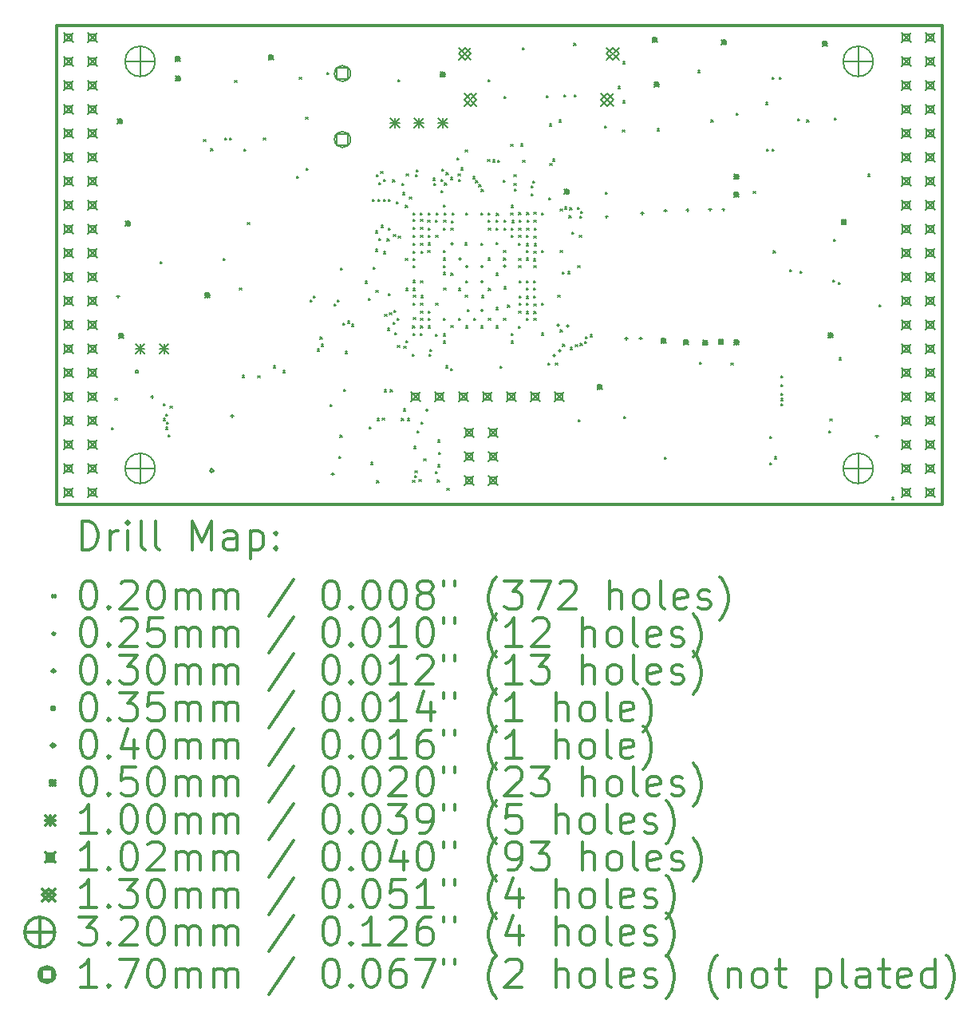
<source format=gbr>
%FSLAX45Y45*%
G04 Gerber Fmt 4.5, Leading zero omitted, Abs format (unit mm)*
G04 Created by KiCad (PCBNEW 5.0.0-rc2+dfsg1-2) date Wed Jun  6 21:11:11 2018*
%MOMM*%
%LPD*%
G01*
G04 APERTURE LIST*
%ADD10C,0.300000*%
%ADD11C,0.200000*%
G04 APERTURE END LIST*
D10*
X9410000Y-6142000D02*
X9410000Y-11222000D01*
X18808000Y-6142000D02*
X9410000Y-6142000D01*
X18808000Y-11222000D02*
X18808000Y-6142000D01*
X9410000Y-11222000D02*
X18808000Y-11222000D01*
D11*
X9998000Y-10410000D02*
X10018000Y-10430000D01*
X10018000Y-10410000D02*
X9998000Y-10430000D01*
X10035000Y-10094400D02*
X10055000Y-10114400D01*
X10055000Y-10094400D02*
X10035000Y-10114400D01*
X10514501Y-8649556D02*
X10534501Y-8669556D01*
X10534501Y-8649556D02*
X10514501Y-8669556D01*
X10545314Y-10310867D02*
X10565314Y-10330867D01*
X10565314Y-10310867D02*
X10545314Y-10330867D01*
X10547276Y-10156132D02*
X10567276Y-10176132D01*
X10567276Y-10156132D02*
X10547276Y-10176132D01*
X10574100Y-10266721D02*
X10594100Y-10286721D01*
X10594100Y-10266721D02*
X10574100Y-10286721D01*
X10574777Y-10403885D02*
X10594777Y-10423885D01*
X10594777Y-10403885D02*
X10574777Y-10423885D01*
X10579048Y-10351357D02*
X10599048Y-10371357D01*
X10599048Y-10351357D02*
X10579048Y-10371357D01*
X10598875Y-10487404D02*
X10618875Y-10507404D01*
X10618875Y-10487404D02*
X10598875Y-10507404D01*
X10617613Y-10179347D02*
X10637613Y-10199347D01*
X10637613Y-10179347D02*
X10617613Y-10199347D01*
X10974000Y-7352000D02*
X10994000Y-7372000D01*
X10994000Y-7352000D02*
X10974000Y-7372000D01*
X11049908Y-7448938D02*
X11069908Y-7468938D01*
X11069908Y-7448938D02*
X11049908Y-7468938D01*
X11179522Y-8615379D02*
X11199522Y-8635379D01*
X11199522Y-8615379D02*
X11179522Y-8635379D01*
X11197485Y-7337442D02*
X11217485Y-7357442D01*
X11217485Y-7337442D02*
X11197485Y-7357442D01*
X11251427Y-7337442D02*
X11271427Y-7357442D01*
X11271427Y-7337442D02*
X11251427Y-7357442D01*
X11305725Y-6724363D02*
X11325725Y-6744363D01*
X11325725Y-6724363D02*
X11305725Y-6744363D01*
X11356061Y-8927572D02*
X11376061Y-8947572D01*
X11376061Y-8927572D02*
X11356061Y-8947572D01*
X11382700Y-9854900D02*
X11402700Y-9874900D01*
X11402700Y-9854900D02*
X11382700Y-9874900D01*
X11400408Y-7451220D02*
X11420408Y-7471220D01*
X11420408Y-7451220D02*
X11400408Y-7471220D01*
X11441393Y-8230943D02*
X11461393Y-8250943D01*
X11461393Y-8230943D02*
X11441393Y-8250943D01*
X11549396Y-9856496D02*
X11569396Y-9876496D01*
X11569396Y-9856496D02*
X11549396Y-9876496D01*
X11609800Y-7337442D02*
X11629800Y-7357442D01*
X11629800Y-7337442D02*
X11609800Y-7357442D01*
X11712900Y-9753301D02*
X11732900Y-9773301D01*
X11732900Y-9753301D02*
X11712900Y-9773301D01*
X11814500Y-9804100D02*
X11834500Y-9824100D01*
X11834500Y-9804100D02*
X11814500Y-9824100D01*
X11959215Y-7739412D02*
X11979215Y-7759412D01*
X11979215Y-7739412D02*
X11959215Y-7759412D01*
X11990800Y-6690800D02*
X12010800Y-6710800D01*
X12010800Y-6690800D02*
X11990800Y-6710800D01*
X12056498Y-7112736D02*
X12076498Y-7132736D01*
X12076498Y-7112736D02*
X12056498Y-7132736D01*
X12063993Y-7659408D02*
X12083993Y-7679408D01*
X12083993Y-7659408D02*
X12063993Y-7679408D01*
X12106600Y-9054800D02*
X12126600Y-9074800D01*
X12126600Y-9054800D02*
X12106600Y-9074800D01*
X12139415Y-9013562D02*
X12159415Y-9033562D01*
X12159415Y-9013562D02*
X12139415Y-9033562D01*
X12182800Y-9575500D02*
X12202800Y-9595500D01*
X12202800Y-9575500D02*
X12182800Y-9595500D01*
X12210364Y-9448538D02*
X12230364Y-9468538D01*
X12230364Y-9448538D02*
X12210364Y-9468538D01*
X12220900Y-9524700D02*
X12240900Y-9544700D01*
X12240900Y-9524700D02*
X12220900Y-9544700D01*
X12282618Y-6643232D02*
X12302618Y-6663232D01*
X12302618Y-6643232D02*
X12282618Y-6663232D01*
X12317388Y-10161592D02*
X12337388Y-10181592D01*
X12337388Y-10161592D02*
X12317388Y-10181592D01*
X12360966Y-9096472D02*
X12380966Y-9116472D01*
X12380966Y-9096472D02*
X12360966Y-9116472D01*
X12391502Y-9053519D02*
X12411502Y-9073519D01*
X12411502Y-9053519D02*
X12391502Y-9073519D01*
X12410242Y-10710764D02*
X12430242Y-10730764D01*
X12430242Y-10710764D02*
X12410242Y-10730764D01*
X12422216Y-10490236D02*
X12442216Y-10510236D01*
X12442216Y-10490236D02*
X12422216Y-10510236D01*
X12426118Y-8717437D02*
X12446118Y-8737437D01*
X12446118Y-8717437D02*
X12426118Y-8737437D01*
X12426118Y-8717437D02*
X12446118Y-8737437D01*
X12446118Y-8717437D02*
X12426118Y-8737437D01*
X12453269Y-9302035D02*
X12473269Y-9322035D01*
X12473269Y-9302035D02*
X12453269Y-9322035D01*
X12460744Y-10002698D02*
X12480744Y-10022698D01*
X12480744Y-10002698D02*
X12460744Y-10022698D01*
X12474902Y-9600287D02*
X12494902Y-9620287D01*
X12494902Y-9600287D02*
X12474902Y-9620287D01*
X12501033Y-9279764D02*
X12521033Y-9299764D01*
X12521033Y-9279764D02*
X12501033Y-9299764D01*
X12542510Y-9313676D02*
X12562510Y-9333676D01*
X12562510Y-9313676D02*
X12542510Y-9333676D01*
X12687018Y-8855931D02*
X12707018Y-8875931D01*
X12707018Y-8855931D02*
X12687018Y-8875931D01*
X12720111Y-9035435D02*
X12740111Y-9055435D01*
X12740111Y-9035435D02*
X12720111Y-9055435D01*
X12731909Y-10397773D02*
X12751909Y-10417773D01*
X12751909Y-10397773D02*
X12731909Y-10417773D01*
X12748660Y-10777504D02*
X12768660Y-10797504D01*
X12768660Y-10777504D02*
X12748660Y-10797504D01*
X12764988Y-7989114D02*
X12784988Y-8009114D01*
X12784988Y-7989114D02*
X12764988Y-8009114D01*
X12771035Y-8708207D02*
X12791035Y-8728207D01*
X12791035Y-8708207D02*
X12771035Y-8728207D01*
X12796207Y-8322888D02*
X12816207Y-8342888D01*
X12816207Y-8322888D02*
X12796207Y-8342888D01*
X12799179Y-8517702D02*
X12819179Y-8537702D01*
X12819179Y-8517702D02*
X12799179Y-8537702D01*
X12803679Y-8951152D02*
X12823679Y-8971152D01*
X12823679Y-8951152D02*
X12803679Y-8971152D01*
X12805201Y-7723267D02*
X12825201Y-7743267D01*
X12825201Y-7723267D02*
X12805201Y-7743267D01*
X12811634Y-10971333D02*
X12831634Y-10991333D01*
X12831634Y-10971333D02*
X12811634Y-10991333D01*
X12814780Y-10310898D02*
X12834780Y-10330898D01*
X12834780Y-10310898D02*
X12814780Y-10330898D01*
X12822879Y-7985310D02*
X12842879Y-8005310D01*
X12842879Y-7985310D02*
X12822879Y-8005310D01*
X12834680Y-7807951D02*
X12854680Y-7827951D01*
X12854680Y-7807951D02*
X12834680Y-7827951D01*
X12835268Y-8401687D02*
X12855268Y-8421687D01*
X12855268Y-8401687D02*
X12835268Y-8421687D01*
X12854493Y-7691566D02*
X12874493Y-7711566D01*
X12874493Y-7691566D02*
X12854493Y-7711566D01*
X12859178Y-8263722D02*
X12879178Y-8283722D01*
X12879178Y-8263722D02*
X12859178Y-8283722D01*
X12870682Y-10308590D02*
X12890682Y-10328590D01*
X12890682Y-10308590D02*
X12870682Y-10328590D01*
X12880857Y-7988548D02*
X12900857Y-8008548D01*
X12900857Y-7988548D02*
X12880857Y-8008548D01*
X12881301Y-8540585D02*
X12901301Y-8560585D01*
X12901301Y-8540585D02*
X12881301Y-8560585D01*
X12886175Y-7777882D02*
X12906175Y-7797882D01*
X12906175Y-7777882D02*
X12886175Y-7797882D01*
X12890520Y-10007480D02*
X12910520Y-10027480D01*
X12910520Y-10007480D02*
X12890520Y-10027480D01*
X12895573Y-9206272D02*
X12915573Y-9226272D01*
X12915573Y-9206272D02*
X12895573Y-9226272D01*
X12920256Y-8405350D02*
X12940256Y-8425350D01*
X12940256Y-8405350D02*
X12920256Y-8425350D01*
X12926203Y-9354578D02*
X12946203Y-9374578D01*
X12946203Y-9354578D02*
X12926203Y-9374578D01*
X12933760Y-7984679D02*
X12953760Y-8004679D01*
X12953760Y-7984679D02*
X12933760Y-8004679D01*
X12934924Y-8983794D02*
X12954924Y-9003794D01*
X12954924Y-8983794D02*
X12934924Y-9003794D01*
X12935809Y-8290406D02*
X12955809Y-8310406D01*
X12955809Y-8290406D02*
X12935809Y-8310406D01*
X12946857Y-9190566D02*
X12966857Y-9210566D01*
X12966857Y-9190566D02*
X12946857Y-9210566D01*
X12956000Y-10005500D02*
X12976000Y-10025500D01*
X12976000Y-10005500D02*
X12956000Y-10025500D01*
X12982095Y-7781082D02*
X13002095Y-7801082D01*
X13002095Y-7781082D02*
X12982095Y-7801082D01*
X12987271Y-9293510D02*
X13007271Y-9313510D01*
X13007271Y-9293510D02*
X12987271Y-9313510D01*
X12989202Y-8359151D02*
X13009202Y-8379151D01*
X13009202Y-8359151D02*
X12989202Y-8379151D01*
X12991955Y-9163298D02*
X13011955Y-9183298D01*
X13011955Y-9163298D02*
X12991955Y-9183298D01*
X13002337Y-9402267D02*
X13022337Y-9422267D01*
X13022337Y-9402267D02*
X13002337Y-9422267D01*
X13017215Y-8013821D02*
X13037215Y-8033821D01*
X13037215Y-8013821D02*
X13017215Y-8033821D01*
X13028454Y-9248473D02*
X13048454Y-9268473D01*
X13048454Y-9248473D02*
X13028454Y-9268473D01*
X13032200Y-9535600D02*
X13052200Y-9555600D01*
X13052200Y-9535600D02*
X13032200Y-9555600D01*
X13033700Y-6718000D02*
X13053700Y-6738000D01*
X13053700Y-6718000D02*
X13033700Y-6738000D01*
X13038793Y-8376986D02*
X13058793Y-8396986D01*
X13058793Y-8376986D02*
X13038793Y-8396986D01*
X13073948Y-10310899D02*
X13093948Y-10330899D01*
X13093948Y-10310899D02*
X13073948Y-10330899D01*
X13077859Y-7815329D02*
X13097859Y-7835329D01*
X13097859Y-7815329D02*
X13077859Y-7835329D01*
X13085264Y-7914901D02*
X13105264Y-7934901D01*
X13105264Y-7914901D02*
X13085264Y-7934901D01*
X13093907Y-10208700D02*
X13113907Y-10228700D01*
X13113907Y-10208700D02*
X13093907Y-10228700D01*
X13098471Y-9546418D02*
X13118471Y-9566418D01*
X13118471Y-9546418D02*
X13098471Y-9566418D01*
X13116430Y-8612711D02*
X13136430Y-8632711D01*
X13136430Y-8612711D02*
X13116430Y-8632711D01*
X13116518Y-8052178D02*
X13136518Y-8072178D01*
X13136518Y-8052178D02*
X13116518Y-8072178D01*
X13117950Y-8930733D02*
X13137950Y-8950733D01*
X13137950Y-8930733D02*
X13117950Y-8950733D01*
X13121616Y-9485914D02*
X13141616Y-9505914D01*
X13141616Y-9485914D02*
X13121616Y-9505914D01*
X13125345Y-7716470D02*
X13145345Y-7736470D01*
X13145345Y-7716470D02*
X13125345Y-7736470D01*
X13135385Y-10310829D02*
X13155385Y-10330829D01*
X13155385Y-10310829D02*
X13135385Y-10330829D01*
X13157757Y-7959799D02*
X13177757Y-7979799D01*
X13177757Y-7959799D02*
X13157757Y-7979799D01*
X13188633Y-9630479D02*
X13208633Y-9650479D01*
X13208633Y-9630479D02*
X13188633Y-9650479D01*
X13192441Y-10966678D02*
X13212441Y-10986678D01*
X13212441Y-10966678D02*
X13192441Y-10986678D01*
X13193199Y-9330000D02*
X13213199Y-9350000D01*
X13213199Y-9330000D02*
X13193199Y-9350000D01*
X13197562Y-8931064D02*
X13217562Y-8951064D01*
X13217562Y-8931064D02*
X13197562Y-8951064D01*
X13197734Y-9090201D02*
X13217734Y-9110201D01*
X13217734Y-9090201D02*
X13197734Y-9110201D01*
X13197902Y-8284734D02*
X13217902Y-8304734D01*
X13217902Y-8284734D02*
X13197902Y-8304734D01*
X13197999Y-8200333D02*
X13217999Y-8220333D01*
X13217999Y-8200333D02*
X13197999Y-8220333D01*
X13198000Y-8690000D02*
X13218000Y-8710000D01*
X13218000Y-8690000D02*
X13198000Y-8710000D01*
X13198000Y-9410000D02*
X13218000Y-9430000D01*
X13218000Y-9410000D02*
X13198000Y-9430000D01*
X13198303Y-8616041D02*
X13218303Y-8636041D01*
X13218303Y-8616041D02*
X13198303Y-8636041D01*
X13198368Y-8369136D02*
X13218368Y-8389136D01*
X13218368Y-8369136D02*
X13198368Y-8389136D01*
X13198405Y-8845827D02*
X13218405Y-8865827D01*
X13218405Y-8845827D02*
X13198405Y-8865827D01*
X13198801Y-8130801D02*
X13218801Y-8150801D01*
X13218801Y-8130801D02*
X13198801Y-8150801D01*
X13198979Y-8537938D02*
X13218979Y-8557938D01*
X13218979Y-8537938D02*
X13198979Y-8557938D01*
X13199289Y-8453537D02*
X13219289Y-8473537D01*
X13219289Y-8453537D02*
X13199289Y-8473537D01*
X13200000Y-9005799D02*
X13220000Y-9025799D01*
X13220000Y-9005799D02*
X13200000Y-9025799D01*
X13201075Y-9242748D02*
X13221075Y-9262748D01*
X13221075Y-9242748D02*
X13201075Y-9262748D01*
X13206286Y-10608587D02*
X13226286Y-10628587D01*
X13226286Y-10608587D02*
X13206286Y-10628587D01*
X13211973Y-10917729D02*
X13231973Y-10937729D01*
X13231973Y-10917729D02*
X13211973Y-10937729D01*
X13218587Y-10865445D02*
X13238587Y-10885445D01*
X13238587Y-10865445D02*
X13218587Y-10885445D01*
X13220903Y-7724256D02*
X13240903Y-7744256D01*
X13240903Y-7724256D02*
X13220903Y-7744256D01*
X13232873Y-7672932D02*
X13252873Y-7692932D01*
X13252873Y-7672932D02*
X13232873Y-7692932D01*
X13236800Y-10440341D02*
X13256800Y-10460341D01*
X13256800Y-10440341D02*
X13236800Y-10460341D01*
X13260800Y-10958000D02*
X13280800Y-10978000D01*
X13280800Y-10958000D02*
X13260800Y-10978000D01*
X13272048Y-8130098D02*
X13292048Y-8150098D01*
X13292048Y-8130098D02*
X13272048Y-8150098D01*
X13274623Y-9409707D02*
X13294623Y-9429707D01*
X13294623Y-9409707D02*
X13274623Y-9429707D01*
X13277261Y-8284735D02*
X13297261Y-8304735D01*
X13297261Y-8284735D02*
X13277261Y-8304735D01*
X13278000Y-8200334D02*
X13298000Y-8220334D01*
X13298000Y-8200334D02*
X13278000Y-8220334D01*
X13278000Y-8850000D02*
X13298000Y-8870000D01*
X13298000Y-8850000D02*
X13278000Y-8870000D01*
X13278000Y-9090000D02*
X13298000Y-9110000D01*
X13298000Y-9090000D02*
X13278000Y-9110000D01*
X13278000Y-9170000D02*
X13298000Y-9190000D01*
X13298000Y-9170000D02*
X13278000Y-9190000D01*
X13278000Y-9250000D02*
X13298000Y-9270000D01*
X13298000Y-9250000D02*
X13278000Y-9270000D01*
X13278000Y-9330000D02*
X13298000Y-9350000D01*
X13298000Y-9330000D02*
X13278000Y-9350000D01*
X13278175Y-8369136D02*
X13298175Y-8389136D01*
X13298175Y-8369136D02*
X13278175Y-8389136D01*
X13278218Y-8453537D02*
X13298218Y-8473537D01*
X13298218Y-8453537D02*
X13278218Y-8473537D01*
X13279688Y-8536938D02*
X13299688Y-8556938D01*
X13299688Y-8536938D02*
X13279688Y-8556938D01*
X13280000Y-9008000D02*
X13300000Y-9028000D01*
X13300000Y-9008000D02*
X13280000Y-9028000D01*
X13282849Y-10350134D02*
X13302849Y-10370134D01*
X13302849Y-10350134D02*
X13282849Y-10370134D01*
X13311600Y-10736500D02*
X13331600Y-10756500D01*
X13331600Y-10736500D02*
X13311600Y-10756500D01*
X13352314Y-8526642D02*
X13372314Y-8546642D01*
X13372314Y-8526642D02*
X13352314Y-8546642D01*
X13354839Y-8209060D02*
X13374839Y-8229060D01*
X13374839Y-8209060D02*
X13354839Y-8229060D01*
X13356449Y-8131468D02*
X13376449Y-8151468D01*
X13376449Y-8131468D02*
X13356449Y-8151468D01*
X13357194Y-8449520D02*
X13377194Y-8469520D01*
X13377194Y-8449520D02*
X13357194Y-8469520D01*
X13358000Y-8290000D02*
X13378000Y-8310000D01*
X13378000Y-8290000D02*
X13358000Y-8310000D01*
X13358000Y-8370000D02*
X13378000Y-8390000D01*
X13378000Y-8370000D02*
X13358000Y-8390000D01*
X13358000Y-9170000D02*
X13378000Y-9190000D01*
X13378000Y-9170000D02*
X13358000Y-9190000D01*
X13358000Y-9250000D02*
X13378000Y-9270000D01*
X13378000Y-9250000D02*
X13358000Y-9270000D01*
X13358548Y-9330230D02*
X13378548Y-9350230D01*
X13378548Y-9330230D02*
X13358548Y-9350230D01*
X13366285Y-9629515D02*
X13386285Y-9649515D01*
X13386285Y-9629515D02*
X13366285Y-9649515D01*
X13375239Y-9577580D02*
X13395239Y-9597580D01*
X13395239Y-9577580D02*
X13375239Y-9597580D01*
X13407730Y-7762109D02*
X13427730Y-7782109D01*
X13427730Y-7762109D02*
X13407730Y-7782109D01*
X13415018Y-7815381D02*
X13435018Y-7835381D01*
X13435018Y-7815381D02*
X13415018Y-7835381D01*
X13433398Y-8208015D02*
X13453398Y-8228015D01*
X13453398Y-8208015D02*
X13433398Y-8228015D01*
X13435582Y-9416717D02*
X13455582Y-9436717D01*
X13455582Y-9416717D02*
X13435582Y-9436717D01*
X13436400Y-10874197D02*
X13456400Y-10894197D01*
X13456400Y-10874197D02*
X13436400Y-10894197D01*
X13438000Y-8370000D02*
X13458000Y-8390000D01*
X13458000Y-8370000D02*
X13438000Y-8390000D01*
X13438000Y-9090000D02*
X13458000Y-9110000D01*
X13458000Y-9090000D02*
X13438000Y-9110000D01*
X13440850Y-8130675D02*
X13460850Y-8150675D01*
X13460850Y-8130675D02*
X13440850Y-8150675D01*
X13453687Y-10961995D02*
X13473687Y-10981995D01*
X13473687Y-10961995D02*
X13453687Y-10981995D01*
X13457587Y-10803159D02*
X13477587Y-10823159D01*
X13477587Y-10803159D02*
X13457587Y-10823159D01*
X13460735Y-10540845D02*
X13480735Y-10560845D01*
X13480735Y-10540845D02*
X13460735Y-10560845D01*
X13465065Y-10671051D02*
X13485065Y-10691051D01*
X13485065Y-10671051D02*
X13465065Y-10691051D01*
X13492132Y-7892495D02*
X13512132Y-7912495D01*
X13512132Y-7892495D02*
X13492132Y-7912495D01*
X13493478Y-7773120D02*
X13513478Y-7793120D01*
X13513478Y-7773120D02*
X13493478Y-7793120D01*
X13502968Y-7663013D02*
X13522968Y-7683013D01*
X13522968Y-7663013D02*
X13502968Y-7683013D01*
X13516300Y-8762700D02*
X13536300Y-8782700D01*
X13536300Y-8762700D02*
X13516300Y-8782700D01*
X13518000Y-8292201D02*
X13538000Y-8312201D01*
X13538000Y-8292201D02*
X13518000Y-8312201D01*
X13518000Y-8530000D02*
X13538000Y-8550000D01*
X13538000Y-8530000D02*
X13518000Y-8550000D01*
X13518000Y-8610000D02*
X13538000Y-8630000D01*
X13538000Y-8610000D02*
X13518000Y-8630000D01*
X13518000Y-8690000D02*
X13538000Y-8710000D01*
X13538000Y-8690000D02*
X13518000Y-8710000D01*
X13518000Y-9250000D02*
X13538000Y-9270000D01*
X13538000Y-9250000D02*
X13518000Y-9270000D01*
X13518128Y-8048312D02*
X13538128Y-8068312D01*
X13538128Y-8048312D02*
X13518128Y-8068312D01*
X13518463Y-9488530D02*
X13538463Y-9508530D01*
X13538463Y-9488530D02*
X13518463Y-9508530D01*
X13518862Y-9412562D02*
X13538862Y-9432562D01*
X13538862Y-9412562D02*
X13518862Y-9432562D01*
X13521538Y-8209385D02*
X13541538Y-8229385D01*
X13541538Y-8209385D02*
X13521538Y-8229385D01*
X13524276Y-8928163D02*
X13544276Y-8948163D01*
X13544276Y-8928163D02*
X13524276Y-8948163D01*
X13525957Y-8129544D02*
X13545957Y-8149544D01*
X13545957Y-8129544D02*
X13525957Y-8149544D01*
X13531439Y-7812965D02*
X13551439Y-7832965D01*
X13551439Y-7812965D02*
X13531439Y-7832965D01*
X13541700Y-9753300D02*
X13561700Y-9773300D01*
X13561700Y-9753300D02*
X13541700Y-9773300D01*
X13548770Y-7704070D02*
X13568770Y-7724070D01*
X13568770Y-7704070D02*
X13548770Y-7724070D01*
X13555656Y-11051071D02*
X13575656Y-11071071D01*
X13575656Y-11051071D02*
X13555656Y-11071071D01*
X13594882Y-7754550D02*
X13614882Y-7774550D01*
X13614882Y-7754550D02*
X13594882Y-7774550D01*
X13595027Y-9781423D02*
X13615027Y-9801423D01*
X13615027Y-9781423D02*
X13595027Y-9801423D01*
X13598000Y-8290000D02*
X13618000Y-8310000D01*
X13618000Y-8290000D02*
X13598000Y-8310000D01*
X13598000Y-8770000D02*
X13618000Y-8790000D01*
X13618000Y-8770000D02*
X13598000Y-8790000D01*
X13599596Y-9326965D02*
X13619596Y-9346965D01*
X13619596Y-9326965D02*
X13599596Y-9346965D01*
X13602455Y-8216004D02*
X13622455Y-8236004D01*
X13622455Y-8216004D02*
X13602455Y-8236004D01*
X13613334Y-8133723D02*
X13633334Y-8153723D01*
X13633334Y-8133723D02*
X13613334Y-8153723D01*
X13664259Y-7547941D02*
X13684259Y-7567941D01*
X13684259Y-7547941D02*
X13664259Y-7567941D01*
X13676320Y-7718760D02*
X13696320Y-7738760D01*
X13696320Y-7718760D02*
X13676320Y-7738760D01*
X13678000Y-8930000D02*
X13698000Y-8950000D01*
X13698000Y-8930000D02*
X13678000Y-8950000D01*
X13678000Y-9250000D02*
X13698000Y-9270000D01*
X13698000Y-9250000D02*
X13678000Y-9270000D01*
X13679461Y-7776107D02*
X13699461Y-7796107D01*
X13699461Y-7776107D02*
X13679461Y-7796107D01*
X13707437Y-7652487D02*
X13727437Y-7672487D01*
X13727437Y-7652487D02*
X13707437Y-7672487D01*
X13745078Y-8447729D02*
X13765078Y-8467729D01*
X13765078Y-8447729D02*
X13745078Y-8467729D01*
X13752489Y-9002290D02*
X13772489Y-9022290D01*
X13772489Y-9002290D02*
X13752489Y-9022290D01*
X13752520Y-7459680D02*
X13772520Y-7479680D01*
X13772520Y-7459680D02*
X13752520Y-7479680D01*
X13758000Y-8130000D02*
X13778000Y-8150000D01*
X13778000Y-8130000D02*
X13758000Y-8150000D01*
X13758000Y-8850000D02*
X13778000Y-8870000D01*
X13778000Y-8850000D02*
X13758000Y-8870000D01*
X13758000Y-9330000D02*
X13778000Y-9350000D01*
X13778000Y-9330000D02*
X13758000Y-9350000D01*
X13770300Y-9156400D02*
X13790300Y-9176400D01*
X13790300Y-9156400D02*
X13770300Y-9176400D01*
X13830592Y-7745154D02*
X13850592Y-7765154D01*
X13850592Y-7745154D02*
X13830592Y-7765154D01*
X13838000Y-9250000D02*
X13858000Y-9270000D01*
X13858000Y-9250000D02*
X13838000Y-9270000D01*
X13862293Y-7788159D02*
X13882293Y-7808159D01*
X13882293Y-7788159D02*
X13862293Y-7808159D01*
X13893994Y-7831909D02*
X13913994Y-7851909D01*
X13913994Y-7831909D02*
X13893994Y-7851909D01*
X13917252Y-8451135D02*
X13937252Y-8471135D01*
X13937252Y-8451135D02*
X13917252Y-8471135D01*
X13918000Y-8130000D02*
X13938000Y-8150000D01*
X13938000Y-8130000D02*
X13918000Y-8150000D01*
X13918000Y-9330000D02*
X13938000Y-9350000D01*
X13938000Y-9330000D02*
X13918000Y-9350000D01*
X13921466Y-7881869D02*
X13941466Y-7901869D01*
X13941466Y-7881869D02*
X13921466Y-7901869D01*
X13922232Y-9006404D02*
X13942232Y-9026404D01*
X13942232Y-9006404D02*
X13922232Y-9026404D01*
X13989274Y-7564800D02*
X14009274Y-7584800D01*
X14009274Y-7564800D02*
X13989274Y-7584800D01*
X13991460Y-8609297D02*
X14011460Y-8629297D01*
X14011460Y-8609297D02*
X13991460Y-8629297D01*
X13992898Y-8130000D02*
X14012898Y-8150000D01*
X14012898Y-8130000D02*
X13992898Y-8150000D01*
X13992898Y-8210000D02*
X14012898Y-8230000D01*
X14012898Y-8210000D02*
X13992898Y-8230000D01*
X13993243Y-6718693D02*
X14013243Y-6738693D01*
X14013243Y-6718693D02*
X13993243Y-6738693D01*
X13996000Y-8292000D02*
X14016000Y-8312000D01*
X14016000Y-8292000D02*
X13996000Y-8312000D01*
X13998000Y-8930000D02*
X14018000Y-8950000D01*
X14018000Y-8930000D02*
X13998000Y-8950000D01*
X13998000Y-9250000D02*
X14018000Y-9270000D01*
X14018000Y-9250000D02*
X13998000Y-9270000D01*
X14041773Y-7569399D02*
X14061773Y-7589399D01*
X14061773Y-7569399D02*
X14041773Y-7589399D01*
X14076133Y-8294127D02*
X14096133Y-8314127D01*
X14096133Y-8294127D02*
X14076133Y-8314127D01*
X14077299Y-8207716D02*
X14097299Y-8227716D01*
X14097299Y-8207716D02*
X14077299Y-8227716D01*
X14077419Y-9133335D02*
X14097419Y-9153335D01*
X14097419Y-9133335D02*
X14077419Y-9153335D01*
X14077693Y-8445254D02*
X14097693Y-8465254D01*
X14097693Y-8445254D02*
X14077693Y-8465254D01*
X14078000Y-9330000D02*
X14098000Y-9350000D01*
X14098000Y-9330000D02*
X14078000Y-9350000D01*
X14079623Y-8771623D02*
X14099623Y-8791623D01*
X14099623Y-8771623D02*
X14079623Y-8791623D01*
X14082264Y-8134744D02*
X14102264Y-8154744D01*
X14102264Y-8134744D02*
X14082264Y-8154744D01*
X14094211Y-7574661D02*
X14114211Y-7594661D01*
X14114211Y-7574661D02*
X14094211Y-7594661D01*
X14118066Y-9754201D02*
X14138066Y-9774201D01*
X14138066Y-9754201D02*
X14118066Y-9774201D01*
X14152481Y-7781450D02*
X14172481Y-7801450D01*
X14172481Y-7781450D02*
X14152481Y-7801450D01*
X14158000Y-8530000D02*
X14178000Y-8550000D01*
X14178000Y-8530000D02*
X14158000Y-8550000D01*
X14158000Y-8610000D02*
X14178000Y-8630000D01*
X14178000Y-8610000D02*
X14158000Y-8630000D01*
X14158000Y-9250000D02*
X14178000Y-9270000D01*
X14178000Y-9250000D02*
X14158000Y-9270000D01*
X14162701Y-8209494D02*
X14182701Y-8229494D01*
X14182701Y-8209494D02*
X14162701Y-8229494D01*
X14162701Y-8289887D02*
X14182701Y-8309887D01*
X14182701Y-8289887D02*
X14162701Y-8309887D01*
X14164000Y-8915099D02*
X14184000Y-8935099D01*
X14184000Y-8915099D02*
X14164000Y-8935099D01*
X14164285Y-6893836D02*
X14184285Y-6913836D01*
X14184285Y-6893836D02*
X14164285Y-6913836D01*
X14200722Y-9110102D02*
X14220722Y-9130102D01*
X14220722Y-9110102D02*
X14200722Y-9130102D01*
X14233699Y-7403800D02*
X14253699Y-7423800D01*
X14253699Y-7403800D02*
X14233699Y-7423800D01*
X14235032Y-8132000D02*
X14255032Y-8152000D01*
X14255032Y-8132000D02*
X14235032Y-8152000D01*
X14236000Y-8052000D02*
X14256000Y-8072000D01*
X14256000Y-8052000D02*
X14236000Y-8072000D01*
X14236000Y-8292000D02*
X14256000Y-8312000D01*
X14256000Y-8292000D02*
X14236000Y-8312000D01*
X14238000Y-8370000D02*
X14258000Y-8390000D01*
X14258000Y-8370000D02*
X14238000Y-8390000D01*
X14238000Y-9410000D02*
X14258000Y-9430000D01*
X14258000Y-9410000D02*
X14238000Y-9430000D01*
X14238000Y-9490000D02*
X14258000Y-9510000D01*
X14258000Y-9490000D02*
X14238000Y-9510000D01*
X14247102Y-8210435D02*
X14267102Y-8230435D01*
X14267102Y-8210435D02*
X14247102Y-8230435D01*
X14268441Y-7818307D02*
X14288441Y-7838307D01*
X14288441Y-7818307D02*
X14268441Y-7838307D01*
X14268583Y-7724192D02*
X14288583Y-7744192D01*
X14288583Y-7724192D02*
X14268583Y-7744192D01*
X14271130Y-7874603D02*
X14291130Y-7894603D01*
X14291130Y-7874603D02*
X14271130Y-7894603D01*
X14316000Y-8452000D02*
X14336000Y-8472000D01*
X14336000Y-8452000D02*
X14316000Y-8472000D01*
X14316969Y-9331491D02*
X14336969Y-9351491D01*
X14336969Y-9331491D02*
X14316969Y-9351491D01*
X14318000Y-8370000D02*
X14338000Y-8390000D01*
X14338000Y-8370000D02*
X14318000Y-8390000D01*
X14318000Y-8690000D02*
X14338000Y-8710000D01*
X14338000Y-8690000D02*
X14318000Y-8710000D01*
X14318000Y-9170000D02*
X14338000Y-9190000D01*
X14338000Y-9170000D02*
X14318000Y-9190000D01*
X14318740Y-8294201D02*
X14338740Y-8314201D01*
X14338740Y-8294201D02*
X14318740Y-8314201D01*
X14319433Y-8127729D02*
X14339433Y-8147729D01*
X14339433Y-8127729D02*
X14319433Y-8147729D01*
X14320000Y-8612000D02*
X14340000Y-8632000D01*
X14340000Y-8612000D02*
X14320000Y-8632000D01*
X14322201Y-8849503D02*
X14342201Y-8869503D01*
X14342201Y-8849503D02*
X14322201Y-8869503D01*
X14322201Y-9010195D02*
X14342201Y-9030195D01*
X14342201Y-9010195D02*
X14322201Y-9030195D01*
X14322201Y-9090066D02*
X14342201Y-9110066D01*
X14342201Y-9090066D02*
X14322201Y-9110066D01*
X14323265Y-8209799D02*
X14343265Y-8229799D01*
X14343265Y-8209799D02*
X14323265Y-8229799D01*
X14341800Y-7397450D02*
X14361800Y-7417450D01*
X14361800Y-7397450D02*
X14341800Y-7417450D01*
X14355067Y-6376252D02*
X14375067Y-6396252D01*
X14375067Y-6376252D02*
X14355067Y-6396252D01*
X14360888Y-7571730D02*
X14380888Y-7591730D01*
X14380888Y-7571730D02*
X14360888Y-7591730D01*
X14396483Y-9177765D02*
X14416483Y-9197765D01*
X14416483Y-9177765D02*
X14396483Y-9197765D01*
X14397624Y-8929530D02*
X14417624Y-8949530D01*
X14417624Y-8929530D02*
X14397624Y-8949530D01*
X14397701Y-9016697D02*
X14417701Y-9036697D01*
X14417701Y-9016697D02*
X14397701Y-9036697D01*
X14398000Y-8610000D02*
X14418000Y-8630000D01*
X14418000Y-8610000D02*
X14398000Y-8630000D01*
X14398000Y-9085650D02*
X14418000Y-9105650D01*
X14418000Y-9085650D02*
X14398000Y-9105650D01*
X14398283Y-8848451D02*
X14418283Y-8868451D01*
X14418283Y-8848451D02*
X14398283Y-8868451D01*
X14400201Y-8529722D02*
X14420201Y-8549722D01*
X14420201Y-8529722D02*
X14400201Y-8549722D01*
X14400319Y-8367799D02*
X14420319Y-8387799D01*
X14420319Y-8367799D02*
X14400319Y-8387799D01*
X14400350Y-8456040D02*
X14420350Y-8476040D01*
X14420350Y-8456040D02*
X14400350Y-8476040D01*
X14401325Y-9248876D02*
X14421325Y-9268876D01*
X14421325Y-9248876D02*
X14401325Y-9268876D01*
X14403141Y-8290000D02*
X14423141Y-8310000D01*
X14423141Y-8290000D02*
X14403141Y-8310000D01*
X14403835Y-8128377D02*
X14423835Y-8148377D01*
X14423835Y-8128377D02*
X14403835Y-8148377D01*
X14407666Y-8210000D02*
X14427666Y-8230000D01*
X14427666Y-8210000D02*
X14407666Y-8230000D01*
X14450634Y-7841735D02*
X14470634Y-7861735D01*
X14470634Y-7841735D02*
X14450634Y-7861735D01*
X14450634Y-7926136D02*
X14470634Y-7946136D01*
X14470634Y-7926136D02*
X14450634Y-7946136D01*
X14469153Y-7792394D02*
X14489153Y-7812394D01*
X14489153Y-7792394D02*
X14469153Y-7812394D01*
X14475676Y-8924990D02*
X14495676Y-8944990D01*
X14495676Y-8924990D02*
X14475676Y-8944990D01*
X14476724Y-9009392D02*
X14496724Y-9029392D01*
X14496724Y-9009392D02*
X14476724Y-9029392D01*
X14477515Y-8619275D02*
X14497515Y-8639275D01*
X14497515Y-8619275D02*
X14477515Y-8639275D01*
X14477765Y-8852201D02*
X14497765Y-8872201D01*
X14497765Y-8852201D02*
X14477765Y-8872201D01*
X14478235Y-9247799D02*
X14498235Y-9267799D01*
X14498235Y-9247799D02*
X14478235Y-9267799D01*
X14478778Y-8123192D02*
X14498778Y-8143192D01*
X14498778Y-8123192D02*
X14478778Y-8143192D01*
X14478812Y-8207593D02*
X14498812Y-8227593D01*
X14498812Y-8207593D02*
X14478812Y-8227593D01*
X14478935Y-8534874D02*
X14498935Y-8554874D01*
X14498935Y-8534874D02*
X14478935Y-8554874D01*
X14479160Y-9178194D02*
X14499160Y-9198194D01*
X14499160Y-9178194D02*
X14479160Y-9198194D01*
X14479432Y-8687756D02*
X14499432Y-8707756D01*
X14499432Y-8687756D02*
X14479432Y-8707756D01*
X14479670Y-8376395D02*
X14499670Y-8396395D01*
X14499670Y-8376395D02*
X14479670Y-8396395D01*
X14480294Y-9093793D02*
X14500294Y-9113793D01*
X14500294Y-9093793D02*
X14480294Y-9113793D01*
X14481241Y-8455796D02*
X14501241Y-8475796D01*
X14501241Y-8455796D02*
X14481241Y-8475796D01*
X14481689Y-8291994D02*
X14501689Y-8311994D01*
X14501689Y-8291994D02*
X14481689Y-8311994D01*
X14557281Y-8529606D02*
X14577281Y-8549606D01*
X14577281Y-8529606D02*
X14557281Y-8549606D01*
X14558000Y-8130512D02*
X14578000Y-8150512D01*
X14578000Y-8130512D02*
X14558000Y-8150512D01*
X14558739Y-9089665D02*
X14578739Y-9109665D01*
X14578739Y-9089665D02*
X14558739Y-9109665D01*
X14559124Y-9406675D02*
X14579124Y-9426675D01*
X14579124Y-9406675D02*
X14559124Y-9426675D01*
X14613342Y-6884608D02*
X14633342Y-6904608D01*
X14633342Y-6884608D02*
X14613342Y-6904608D01*
X14629479Y-9723392D02*
X14649479Y-9743392D01*
X14649479Y-9723392D02*
X14629479Y-9743392D01*
X14638141Y-7971938D02*
X14658141Y-7991938D01*
X14658141Y-7971938D02*
X14638141Y-7991938D01*
X14646600Y-7187900D02*
X14666600Y-7207900D01*
X14666600Y-7187900D02*
X14646600Y-7207900D01*
X14648744Y-7607406D02*
X14668744Y-7627406D01*
X14668744Y-7607406D02*
X14648744Y-7627406D01*
X14680980Y-7560789D02*
X14700980Y-7580789D01*
X14700980Y-7560789D02*
X14680980Y-7580789D01*
X14707598Y-9723392D02*
X14727598Y-9743392D01*
X14727598Y-9723392D02*
X14707598Y-9743392D01*
X14733095Y-9001248D02*
X14753095Y-9021248D01*
X14753095Y-9001248D02*
X14733095Y-9021248D01*
X14748200Y-7143450D02*
X14768200Y-7163450D01*
X14768200Y-7143450D02*
X14748200Y-7163450D01*
X14758739Y-8527409D02*
X14778739Y-8547409D01*
X14778739Y-8527409D02*
X14758739Y-8547409D01*
X14758831Y-8088311D02*
X14778831Y-8108311D01*
X14778831Y-8088311D02*
X14758831Y-8108311D01*
X14760000Y-9372000D02*
X14780000Y-9392000D01*
X14780000Y-9372000D02*
X14760000Y-9392000D01*
X14781079Y-8758342D02*
X14801079Y-8778342D01*
X14801079Y-8758342D02*
X14781079Y-8778342D01*
X14782886Y-9523902D02*
X14802886Y-9543902D01*
X14802886Y-9523902D02*
X14782886Y-9543902D01*
X14799000Y-6876750D02*
X14819000Y-6896750D01*
X14819000Y-6876750D02*
X14799000Y-6896750D01*
X14807525Y-8068155D02*
X14827525Y-8088155D01*
X14827525Y-8068155D02*
X14807525Y-8088155D01*
X14838354Y-8752346D02*
X14858354Y-8772346D01*
X14858354Y-8752346D02*
X14838354Y-8772346D01*
X14851066Y-8160586D02*
X14871066Y-8180586D01*
X14871066Y-8160586D02*
X14851066Y-8180586D01*
X14859611Y-8076185D02*
X14879611Y-8096185D01*
X14879611Y-8076185D02*
X14859611Y-8096185D01*
X14864798Y-9556963D02*
X14884798Y-9576963D01*
X14884798Y-9556963D02*
X14864798Y-9576963D01*
X14882151Y-8334201D02*
X14902151Y-8354201D01*
X14902151Y-8334201D02*
X14882151Y-8354201D01*
X14903412Y-6332405D02*
X14923412Y-6352405D01*
X14923412Y-6332405D02*
X14903412Y-6352405D01*
X14906950Y-6876750D02*
X14926950Y-6896750D01*
X14926950Y-6876750D02*
X14906950Y-6896750D01*
X14918439Y-9527799D02*
X14938439Y-9547799D01*
X14938439Y-9527799D02*
X14918439Y-9547799D01*
X14942722Y-8073801D02*
X14962722Y-8093801D01*
X14962722Y-8073801D02*
X14942722Y-8093801D01*
X14945314Y-8688944D02*
X14965314Y-8708944D01*
X14965314Y-8688944D02*
X14945314Y-8708944D01*
X14947728Y-10322085D02*
X14967728Y-10342085D01*
X14967728Y-10322085D02*
X14947728Y-10342085D01*
X14963249Y-8370769D02*
X14983249Y-8390769D01*
X14983249Y-8370769D02*
X14963249Y-8390769D01*
X14968729Y-8167499D02*
X14988729Y-8187499D01*
X14988729Y-8167499D02*
X14968729Y-8187499D01*
X14969589Y-9515108D02*
X14989589Y-9535108D01*
X14989589Y-9515108D02*
X14969589Y-9535108D01*
X14975319Y-8115211D02*
X14995319Y-8135211D01*
X14995319Y-8115211D02*
X14975319Y-8135211D01*
X15017890Y-9494025D02*
X15037890Y-9514025D01*
X15037890Y-9494025D02*
X15017890Y-9514025D01*
X15024597Y-9441753D02*
X15044597Y-9461753D01*
X15044597Y-9441753D02*
X15024597Y-9461753D01*
X15078921Y-9423257D02*
X15098921Y-9443257D01*
X15098921Y-9423257D02*
X15078921Y-9443257D01*
X15230800Y-7206950D02*
X15250800Y-7226950D01*
X15250800Y-7206950D02*
X15230800Y-7226950D01*
X15239707Y-7909347D02*
X15259707Y-7929347D01*
X15259707Y-7909347D02*
X15239707Y-7929347D01*
X15370500Y-6789627D02*
X15390500Y-6809627D01*
X15390500Y-6789627D02*
X15370500Y-6809627D01*
X15419800Y-7249600D02*
X15439800Y-7269600D01*
X15439800Y-7249600D02*
X15419800Y-7269600D01*
X15421300Y-6527500D02*
X15441300Y-6547500D01*
X15441300Y-6527500D02*
X15421300Y-6547500D01*
X15421300Y-6940250D02*
X15441300Y-6960250D01*
X15441300Y-6940250D02*
X15421300Y-6960250D01*
X15432558Y-10288777D02*
X15452558Y-10308777D01*
X15452558Y-10288777D02*
X15432558Y-10308777D01*
X15789600Y-7238700D02*
X15809600Y-7258700D01*
X15809600Y-7238700D02*
X15789600Y-7258700D01*
X15861665Y-10722518D02*
X15881665Y-10742518D01*
X15881665Y-10722518D02*
X15861665Y-10742518D01*
X16217147Y-6618496D02*
X16237147Y-6638496D01*
X16237147Y-6618496D02*
X16217147Y-6638496D01*
X16234100Y-9717000D02*
X16254100Y-9737000D01*
X16254100Y-9717000D02*
X16234100Y-9737000D01*
X16360322Y-7144216D02*
X16380322Y-7164216D01*
X16380322Y-7144216D02*
X16360322Y-7164216D01*
X16570337Y-9724488D02*
X16590337Y-9744488D01*
X16590337Y-9724488D02*
X16570337Y-9744488D01*
X16625348Y-7073546D02*
X16645348Y-7093546D01*
X16645348Y-7073546D02*
X16625348Y-7093546D01*
X16806644Y-7900804D02*
X16826644Y-7920804D01*
X16826644Y-7900804D02*
X16806644Y-7920804D01*
X16941704Y-6958649D02*
X16961704Y-6978649D01*
X16961704Y-6958649D02*
X16941704Y-6978649D01*
X16945300Y-7454600D02*
X16965300Y-7474600D01*
X16965300Y-7454600D02*
X16945300Y-7474600D01*
X16983400Y-10502600D02*
X17003400Y-10522600D01*
X17003400Y-10502600D02*
X16983400Y-10522600D01*
X16983400Y-10782000D02*
X17003400Y-10802000D01*
X17003400Y-10782000D02*
X16983400Y-10802000D01*
X17008800Y-6692600D02*
X17028800Y-6712600D01*
X17028800Y-6692600D02*
X17008800Y-6712600D01*
X17008800Y-7454600D02*
X17028800Y-7474600D01*
X17028800Y-7454600D02*
X17008800Y-7474600D01*
X17020954Y-8534153D02*
X17040954Y-8554153D01*
X17040954Y-8534153D02*
X17020954Y-8554153D01*
X17031101Y-10718620D02*
X17051101Y-10738620D01*
X17051101Y-10718620D02*
X17031101Y-10738620D01*
X17085000Y-6692600D02*
X17105000Y-6712600D01*
X17105000Y-6692600D02*
X17085000Y-6712600D01*
X17098912Y-9856600D02*
X17118912Y-9876600D01*
X17118912Y-9856600D02*
X17098912Y-9876600D01*
X17098912Y-9951966D02*
X17118912Y-9971966D01*
X17118912Y-9951966D02*
X17098912Y-9971966D01*
X17098912Y-10045982D02*
X17118912Y-10065982D01*
X17118912Y-10045982D02*
X17098912Y-10065982D01*
X17098912Y-10098683D02*
X17118912Y-10118683D01*
X17118912Y-10098683D02*
X17098912Y-10118683D01*
X17098912Y-10155324D02*
X17118912Y-10175324D01*
X17118912Y-10155324D02*
X17098912Y-10175324D01*
X17194707Y-8733845D02*
X17214707Y-8753845D01*
X17214707Y-8733845D02*
X17194707Y-8753845D01*
X17275372Y-7130727D02*
X17295372Y-7150727D01*
X17295372Y-7130727D02*
X17275372Y-7150727D01*
X17303795Y-8749428D02*
X17323795Y-8769428D01*
X17323795Y-8749428D02*
X17303795Y-8769428D01*
X17375600Y-7143899D02*
X17395600Y-7163899D01*
X17395600Y-7143899D02*
X17375600Y-7163899D01*
X17608573Y-10442076D02*
X17628573Y-10462076D01*
X17628573Y-10442076D02*
X17608573Y-10462076D01*
X17620559Y-10317981D02*
X17640559Y-10337981D01*
X17640559Y-10317981D02*
X17620559Y-10337981D01*
X17650543Y-8840716D02*
X17670543Y-8860716D01*
X17670543Y-8840716D02*
X17650543Y-8860716D01*
X17660000Y-8412000D02*
X17680000Y-8432000D01*
X17680000Y-8412000D02*
X17660000Y-8432000D01*
X17669708Y-7124179D02*
X17689708Y-7144179D01*
X17689708Y-7124179D02*
X17669708Y-7144179D01*
X17711107Y-8866403D02*
X17731107Y-8886403D01*
X17731107Y-8866403D02*
X17711107Y-8886403D01*
X17718798Y-9667866D02*
X17738798Y-9687866D01*
X17738798Y-9667866D02*
X17718798Y-9687866D01*
X18024078Y-7721693D02*
X18044078Y-7741693D01*
X18044078Y-7721693D02*
X18024078Y-7741693D01*
X18139100Y-9105600D02*
X18159100Y-9125600D01*
X18159100Y-9105600D02*
X18139100Y-9125600D01*
X18278800Y-11150300D02*
X18298800Y-11170300D01*
X18298800Y-11150300D02*
X18278800Y-11170300D01*
X13357629Y-10223262D02*
G75*
G03X13357629Y-10223262I-12700J0D01*
G01*
X13620700Y-8460000D02*
G75*
G03X13620700Y-8460000I-12700J0D01*
G01*
X13706511Y-8619631D02*
G75*
G03X13706511Y-8619631I-12700J0D01*
G01*
X13780700Y-8700000D02*
G75*
G03X13780700Y-8700000I-12700J0D01*
G01*
X13939164Y-9161521D02*
G75*
G03X13939164Y-9161521I-12700J0D01*
G01*
X13940700Y-8700000D02*
G75*
G03X13940700Y-8700000I-12700J0D01*
G01*
X13940700Y-8860000D02*
G75*
G03X13940700Y-8860000I-12700J0D01*
G01*
X14180298Y-8698652D02*
G75*
G03X14180298Y-8698652I-12700J0D01*
G01*
X14706928Y-9645206D02*
G75*
G03X14706928Y-9645206I-12700J0D01*
G01*
X14747089Y-9321713D02*
G75*
G03X14747089Y-9321713I-12700J0D01*
G01*
X14766147Y-9591326D02*
G75*
G03X14766147Y-9591326I-12700J0D01*
G01*
X14847601Y-9332231D02*
G75*
G03X14847601Y-9332231I-12700J0D01*
G01*
X10065212Y-9001224D02*
X10065212Y-9031224D01*
X10050212Y-9016224D02*
X10080212Y-9016224D01*
X10426000Y-10064000D02*
X10426000Y-10094000D01*
X10411000Y-10079000D02*
X10441000Y-10079000D01*
X11278400Y-10269000D02*
X11278400Y-10299000D01*
X11263400Y-10284000D02*
X11293400Y-10284000D01*
X12343700Y-10882200D02*
X12343700Y-10912200D01*
X12328700Y-10897200D02*
X12358700Y-10897200D01*
X15251012Y-8154523D02*
X15251012Y-8184523D01*
X15236012Y-8169523D02*
X15266012Y-8169523D01*
X15459390Y-9445795D02*
X15459390Y-9475795D01*
X15444390Y-9460795D02*
X15474390Y-9460795D01*
X15609100Y-9443500D02*
X15609100Y-9473500D01*
X15594100Y-9458500D02*
X15624100Y-9458500D01*
X15626277Y-8119937D02*
X15626277Y-8149937D01*
X15611277Y-8134937D02*
X15641277Y-8134937D01*
X15873113Y-8089893D02*
X15873113Y-8119893D01*
X15858113Y-8104893D02*
X15888113Y-8104893D01*
X16107576Y-8084202D02*
X16107576Y-8114202D01*
X16092576Y-8099202D02*
X16122576Y-8099202D01*
X16346298Y-8079243D02*
X16346298Y-8109243D01*
X16331298Y-8094243D02*
X16361298Y-8094243D01*
X16488287Y-8078899D02*
X16488287Y-8108899D01*
X16473287Y-8093899D02*
X16503287Y-8093899D01*
X18115592Y-10483071D02*
X18115592Y-10513071D01*
X18100592Y-10498071D02*
X18130592Y-10498071D01*
X10274775Y-9826475D02*
X10274775Y-9801726D01*
X10250026Y-9801726D01*
X10250026Y-9826475D01*
X10274775Y-9826475D01*
X11059391Y-10883646D02*
X11079391Y-10863646D01*
X11059391Y-10843646D01*
X11039391Y-10863646D01*
X11059391Y-10883646D01*
X10060589Y-7132486D02*
X10110589Y-7182486D01*
X10110589Y-7132486D02*
X10060589Y-7182486D01*
X10110589Y-7157486D02*
G75*
G03X10110589Y-7157486I-25000J0D01*
G01*
X10072300Y-9408100D02*
X10122300Y-9458100D01*
X10122300Y-9408100D02*
X10072300Y-9458100D01*
X10122300Y-9433100D02*
G75*
G03X10122300Y-9433100I-25000J0D01*
G01*
X10145789Y-8217318D02*
X10195789Y-8267318D01*
X10195789Y-8217318D02*
X10145789Y-8267318D01*
X10195789Y-8242318D02*
G75*
G03X10195789Y-8242318I-25000J0D01*
G01*
X10672481Y-6470397D02*
X10722481Y-6520397D01*
X10722481Y-6470397D02*
X10672481Y-6520397D01*
X10722481Y-6495397D02*
G75*
G03X10722481Y-6495397I-25000J0D01*
G01*
X10677149Y-6679363D02*
X10727149Y-6729363D01*
X10727149Y-6679363D02*
X10677149Y-6729363D01*
X10727149Y-6704363D02*
G75*
G03X10727149Y-6704363I-25000J0D01*
G01*
X10987889Y-8977815D02*
X11037889Y-9027815D01*
X11037889Y-8977815D02*
X10987889Y-9027815D01*
X11037889Y-9002815D02*
G75*
G03X11037889Y-9002815I-25000J0D01*
G01*
X11663050Y-6455294D02*
X11713050Y-6505294D01*
X11713050Y-6455294D02*
X11663050Y-6505294D01*
X11713050Y-6480294D02*
G75*
G03X11713050Y-6480294I-25000J0D01*
G01*
X13485559Y-6636662D02*
X13535559Y-6686662D01*
X13535559Y-6636662D02*
X13485559Y-6686662D01*
X13535559Y-6661662D02*
G75*
G03X13535559Y-6661662I-25000J0D01*
G01*
X14801839Y-7880002D02*
X14851839Y-7930002D01*
X14851839Y-7880002D02*
X14801839Y-7930002D01*
X14851839Y-7905002D02*
G75*
G03X14851839Y-7905002I-25000J0D01*
G01*
X15150800Y-9952400D02*
X15200800Y-10002400D01*
X15200800Y-9952400D02*
X15150800Y-10002400D01*
X15200800Y-9977400D02*
G75*
G03X15200800Y-9977400I-25000J0D01*
G01*
X15735000Y-6269400D02*
X15785000Y-6319400D01*
X15785000Y-6269400D02*
X15735000Y-6319400D01*
X15785000Y-6294400D02*
G75*
G03X15785000Y-6294400I-25000J0D01*
G01*
X15755757Y-6741927D02*
X15805757Y-6791927D01*
X15805757Y-6741927D02*
X15755757Y-6791927D01*
X15805757Y-6766927D02*
G75*
G03X15805757Y-6766927I-25000J0D01*
G01*
X15828999Y-9461877D02*
X15878999Y-9511877D01*
X15878999Y-9461877D02*
X15828999Y-9511877D01*
X15878999Y-9486877D02*
G75*
G03X15878999Y-9486877I-25000J0D01*
G01*
X16065540Y-9475644D02*
X16115540Y-9525644D01*
X16115540Y-9475644D02*
X16065540Y-9525644D01*
X16115540Y-9500644D02*
G75*
G03X16115540Y-9500644I-25000J0D01*
G01*
X16270610Y-9482849D02*
X16320610Y-9532849D01*
X16320610Y-9482849D02*
X16270610Y-9532849D01*
X16320610Y-9507849D02*
G75*
G03X16320610Y-9507849I-25000J0D01*
G01*
X16437573Y-9473247D02*
X16487573Y-9523247D01*
X16487573Y-9473247D02*
X16437573Y-9523247D01*
X16487573Y-9498247D02*
G75*
G03X16487573Y-9498247I-25000J0D01*
G01*
X16469701Y-6294407D02*
X16519701Y-6344407D01*
X16519701Y-6294407D02*
X16469701Y-6344407D01*
X16519701Y-6319407D02*
G75*
G03X16519701Y-6319407I-25000J0D01*
G01*
X16600554Y-7910074D02*
X16650554Y-7960074D01*
X16650554Y-7910074D02*
X16600554Y-7960074D01*
X16650554Y-7935074D02*
G75*
G03X16650554Y-7935074I-25000J0D01*
G01*
X16602543Y-7720953D02*
X16652543Y-7770953D01*
X16652543Y-7720953D02*
X16602543Y-7770953D01*
X16652543Y-7745953D02*
G75*
G03X16652543Y-7745953I-25000J0D01*
G01*
X16603469Y-9477515D02*
X16653469Y-9527515D01*
X16653469Y-9477515D02*
X16603469Y-9527515D01*
X16653469Y-9502515D02*
G75*
G03X16653469Y-9502515I-25000J0D01*
G01*
X17539900Y-6309300D02*
X17589900Y-6359300D01*
X17589900Y-6309300D02*
X17539900Y-6359300D01*
X17589900Y-6334300D02*
G75*
G03X17589900Y-6334300I-25000J0D01*
G01*
X17600494Y-9403846D02*
X17650494Y-9453846D01*
X17650494Y-9403846D02*
X17600494Y-9453846D01*
X17650494Y-9428846D02*
G75*
G03X17650494Y-9428846I-25000J0D01*
G01*
X17740844Y-8203135D02*
X17790844Y-8253135D01*
X17790844Y-8203135D02*
X17740844Y-8253135D01*
X17790844Y-8228135D02*
G75*
G03X17790844Y-8228135I-25000J0D01*
G01*
X10249000Y-9521000D02*
X10349000Y-9621000D01*
X10349000Y-9521000D02*
X10249000Y-9621000D01*
X10299000Y-9521000D02*
X10299000Y-9621000D01*
X10249000Y-9571000D02*
X10349000Y-9571000D01*
X10503000Y-9521000D02*
X10603000Y-9621000D01*
X10603000Y-9521000D02*
X10503000Y-9621000D01*
X10553000Y-9521000D02*
X10553000Y-9621000D01*
X10503000Y-9571000D02*
X10603000Y-9571000D01*
X12955600Y-7122500D02*
X13055600Y-7222500D01*
X13055600Y-7122500D02*
X12955600Y-7222500D01*
X13005600Y-7122500D02*
X13005600Y-7222500D01*
X12955600Y-7172500D02*
X13055600Y-7172500D01*
X13209600Y-7122500D02*
X13309600Y-7222500D01*
X13309600Y-7122500D02*
X13209600Y-7222500D01*
X13259600Y-7122500D02*
X13259600Y-7222500D01*
X13209600Y-7172500D02*
X13309600Y-7172500D01*
X13463600Y-7122500D02*
X13563600Y-7222500D01*
X13563600Y-7122500D02*
X13463600Y-7222500D01*
X13513600Y-7122500D02*
X13513600Y-7222500D01*
X13463600Y-7172500D02*
X13563600Y-7172500D01*
X13169200Y-10028200D02*
X13270800Y-10129800D01*
X13270800Y-10028200D02*
X13169200Y-10129800D01*
X13255921Y-10114921D02*
X13255921Y-10043079D01*
X13184079Y-10043079D01*
X13184079Y-10114921D01*
X13255921Y-10114921D01*
X13423200Y-10028200D02*
X13524800Y-10129800D01*
X13524800Y-10028200D02*
X13423200Y-10129800D01*
X13509921Y-10114921D02*
X13509921Y-10043079D01*
X13438079Y-10043079D01*
X13438079Y-10114921D01*
X13509921Y-10114921D01*
X13677200Y-10028200D02*
X13778800Y-10129800D01*
X13778800Y-10028200D02*
X13677200Y-10129800D01*
X13763921Y-10114921D02*
X13763921Y-10043079D01*
X13692079Y-10043079D01*
X13692079Y-10114921D01*
X13763921Y-10114921D01*
X13931200Y-10028200D02*
X14032800Y-10129800D01*
X14032800Y-10028200D02*
X13931200Y-10129800D01*
X14017921Y-10114921D02*
X14017921Y-10043079D01*
X13946079Y-10043079D01*
X13946079Y-10114921D01*
X14017921Y-10114921D01*
X14185200Y-10028200D02*
X14286800Y-10129800D01*
X14286800Y-10028200D02*
X14185200Y-10129800D01*
X14271921Y-10114921D02*
X14271921Y-10043079D01*
X14200079Y-10043079D01*
X14200079Y-10114921D01*
X14271921Y-10114921D01*
X14439200Y-10028200D02*
X14540800Y-10129800D01*
X14540800Y-10028200D02*
X14439200Y-10129800D01*
X14525921Y-10114921D02*
X14525921Y-10043079D01*
X14454079Y-10043079D01*
X14454079Y-10114921D01*
X14525921Y-10114921D01*
X14693200Y-10028200D02*
X14794800Y-10129800D01*
X14794800Y-10028200D02*
X14693200Y-10129800D01*
X14779921Y-10114921D02*
X14779921Y-10043079D01*
X14708079Y-10043079D01*
X14708079Y-10114921D01*
X14779921Y-10114921D01*
X13740700Y-10409200D02*
X13842300Y-10510800D01*
X13842300Y-10409200D02*
X13740700Y-10510800D01*
X13827421Y-10495921D02*
X13827421Y-10424079D01*
X13755579Y-10424079D01*
X13755579Y-10495921D01*
X13827421Y-10495921D01*
X13740700Y-10663200D02*
X13842300Y-10764800D01*
X13842300Y-10663200D02*
X13740700Y-10764800D01*
X13827421Y-10749921D02*
X13827421Y-10678079D01*
X13755579Y-10678079D01*
X13755579Y-10749921D01*
X13827421Y-10749921D01*
X13740700Y-10917200D02*
X13842300Y-11018800D01*
X13842300Y-10917200D02*
X13740700Y-11018800D01*
X13827421Y-11003921D02*
X13827421Y-10932079D01*
X13755579Y-10932079D01*
X13755579Y-11003921D01*
X13827421Y-11003921D01*
X13994700Y-10409200D02*
X14096300Y-10510800D01*
X14096300Y-10409200D02*
X13994700Y-10510800D01*
X14081421Y-10495921D02*
X14081421Y-10424079D01*
X14009579Y-10424079D01*
X14009579Y-10495921D01*
X14081421Y-10495921D01*
X13994700Y-10663200D02*
X14096300Y-10764800D01*
X14096300Y-10663200D02*
X13994700Y-10764800D01*
X14081421Y-10749921D02*
X14081421Y-10678079D01*
X14009579Y-10678079D01*
X14009579Y-10749921D01*
X14081421Y-10749921D01*
X13994700Y-10917200D02*
X14096300Y-11018800D01*
X14096300Y-10917200D02*
X13994700Y-11018800D01*
X14081421Y-11003921D02*
X14081421Y-10932079D01*
X14009579Y-10932079D01*
X14009579Y-11003921D01*
X14081421Y-11003921D01*
X18376200Y-6218200D02*
X18477800Y-6319800D01*
X18477800Y-6218200D02*
X18376200Y-6319800D01*
X18462921Y-6304921D02*
X18462921Y-6233079D01*
X18391079Y-6233079D01*
X18391079Y-6304921D01*
X18462921Y-6304921D01*
X18376200Y-6472200D02*
X18477800Y-6573800D01*
X18477800Y-6472200D02*
X18376200Y-6573800D01*
X18462921Y-6558921D02*
X18462921Y-6487079D01*
X18391079Y-6487079D01*
X18391079Y-6558921D01*
X18462921Y-6558921D01*
X18376200Y-6726200D02*
X18477800Y-6827800D01*
X18477800Y-6726200D02*
X18376200Y-6827800D01*
X18462921Y-6812921D02*
X18462921Y-6741079D01*
X18391079Y-6741079D01*
X18391079Y-6812921D01*
X18462921Y-6812921D01*
X18376200Y-6980200D02*
X18477800Y-7081800D01*
X18477800Y-6980200D02*
X18376200Y-7081800D01*
X18462921Y-7066921D02*
X18462921Y-6995079D01*
X18391079Y-6995079D01*
X18391079Y-7066921D01*
X18462921Y-7066921D01*
X18376200Y-7234200D02*
X18477800Y-7335800D01*
X18477800Y-7234200D02*
X18376200Y-7335800D01*
X18462921Y-7320921D02*
X18462921Y-7249079D01*
X18391079Y-7249079D01*
X18391079Y-7320921D01*
X18462921Y-7320921D01*
X18376200Y-7488200D02*
X18477800Y-7589800D01*
X18477800Y-7488200D02*
X18376200Y-7589800D01*
X18462921Y-7574921D02*
X18462921Y-7503079D01*
X18391079Y-7503079D01*
X18391079Y-7574921D01*
X18462921Y-7574921D01*
X18376200Y-7742200D02*
X18477800Y-7843800D01*
X18477800Y-7742200D02*
X18376200Y-7843800D01*
X18462921Y-7828921D02*
X18462921Y-7757079D01*
X18391079Y-7757079D01*
X18391079Y-7828921D01*
X18462921Y-7828921D01*
X18376200Y-7996200D02*
X18477800Y-8097800D01*
X18477800Y-7996200D02*
X18376200Y-8097800D01*
X18462921Y-8082921D02*
X18462921Y-8011079D01*
X18391079Y-8011079D01*
X18391079Y-8082921D01*
X18462921Y-8082921D01*
X18376200Y-8250200D02*
X18477800Y-8351800D01*
X18477800Y-8250200D02*
X18376200Y-8351800D01*
X18462921Y-8336921D02*
X18462921Y-8265079D01*
X18391079Y-8265079D01*
X18391079Y-8336921D01*
X18462921Y-8336921D01*
X18376200Y-8504200D02*
X18477800Y-8605800D01*
X18477800Y-8504200D02*
X18376200Y-8605800D01*
X18462921Y-8590921D02*
X18462921Y-8519079D01*
X18391079Y-8519079D01*
X18391079Y-8590921D01*
X18462921Y-8590921D01*
X18376200Y-8758200D02*
X18477800Y-8859800D01*
X18477800Y-8758200D02*
X18376200Y-8859800D01*
X18462921Y-8844921D02*
X18462921Y-8773079D01*
X18391079Y-8773079D01*
X18391079Y-8844921D01*
X18462921Y-8844921D01*
X18376200Y-9012200D02*
X18477800Y-9113800D01*
X18477800Y-9012200D02*
X18376200Y-9113800D01*
X18462921Y-9098921D02*
X18462921Y-9027079D01*
X18391079Y-9027079D01*
X18391079Y-9098921D01*
X18462921Y-9098921D01*
X18376200Y-9266200D02*
X18477800Y-9367800D01*
X18477800Y-9266200D02*
X18376200Y-9367800D01*
X18462921Y-9352921D02*
X18462921Y-9281079D01*
X18391079Y-9281079D01*
X18391079Y-9352921D01*
X18462921Y-9352921D01*
X18376200Y-9520200D02*
X18477800Y-9621800D01*
X18477800Y-9520200D02*
X18376200Y-9621800D01*
X18462921Y-9606921D02*
X18462921Y-9535079D01*
X18391079Y-9535079D01*
X18391079Y-9606921D01*
X18462921Y-9606921D01*
X18376200Y-9774200D02*
X18477800Y-9875800D01*
X18477800Y-9774200D02*
X18376200Y-9875800D01*
X18462921Y-9860921D02*
X18462921Y-9789079D01*
X18391079Y-9789079D01*
X18391079Y-9860921D01*
X18462921Y-9860921D01*
X18376200Y-10028200D02*
X18477800Y-10129800D01*
X18477800Y-10028200D02*
X18376200Y-10129800D01*
X18462921Y-10114921D02*
X18462921Y-10043079D01*
X18391079Y-10043079D01*
X18391079Y-10114921D01*
X18462921Y-10114921D01*
X18376200Y-10282200D02*
X18477800Y-10383800D01*
X18477800Y-10282200D02*
X18376200Y-10383800D01*
X18462921Y-10368921D02*
X18462921Y-10297079D01*
X18391079Y-10297079D01*
X18391079Y-10368921D01*
X18462921Y-10368921D01*
X18376200Y-10536200D02*
X18477800Y-10637800D01*
X18477800Y-10536200D02*
X18376200Y-10637800D01*
X18462921Y-10622921D02*
X18462921Y-10551079D01*
X18391079Y-10551079D01*
X18391079Y-10622921D01*
X18462921Y-10622921D01*
X18376200Y-10790200D02*
X18477800Y-10891800D01*
X18477800Y-10790200D02*
X18376200Y-10891800D01*
X18462921Y-10876921D02*
X18462921Y-10805079D01*
X18391079Y-10805079D01*
X18391079Y-10876921D01*
X18462921Y-10876921D01*
X18376200Y-11044200D02*
X18477800Y-11145800D01*
X18477800Y-11044200D02*
X18376200Y-11145800D01*
X18462921Y-11130921D02*
X18462921Y-11059079D01*
X18391079Y-11059079D01*
X18391079Y-11130921D01*
X18462921Y-11130921D01*
X18630200Y-6218200D02*
X18731800Y-6319800D01*
X18731800Y-6218200D02*
X18630200Y-6319800D01*
X18716921Y-6304921D02*
X18716921Y-6233079D01*
X18645079Y-6233079D01*
X18645079Y-6304921D01*
X18716921Y-6304921D01*
X18630200Y-6472200D02*
X18731800Y-6573800D01*
X18731800Y-6472200D02*
X18630200Y-6573800D01*
X18716921Y-6558921D02*
X18716921Y-6487079D01*
X18645079Y-6487079D01*
X18645079Y-6558921D01*
X18716921Y-6558921D01*
X18630200Y-6726200D02*
X18731800Y-6827800D01*
X18731800Y-6726200D02*
X18630200Y-6827800D01*
X18716921Y-6812921D02*
X18716921Y-6741079D01*
X18645079Y-6741079D01*
X18645079Y-6812921D01*
X18716921Y-6812921D01*
X18630200Y-6980200D02*
X18731800Y-7081800D01*
X18731800Y-6980200D02*
X18630200Y-7081800D01*
X18716921Y-7066921D02*
X18716921Y-6995079D01*
X18645079Y-6995079D01*
X18645079Y-7066921D01*
X18716921Y-7066921D01*
X18630200Y-7234200D02*
X18731800Y-7335800D01*
X18731800Y-7234200D02*
X18630200Y-7335800D01*
X18716921Y-7320921D02*
X18716921Y-7249079D01*
X18645079Y-7249079D01*
X18645079Y-7320921D01*
X18716921Y-7320921D01*
X18630200Y-7488200D02*
X18731800Y-7589800D01*
X18731800Y-7488200D02*
X18630200Y-7589800D01*
X18716921Y-7574921D02*
X18716921Y-7503079D01*
X18645079Y-7503079D01*
X18645079Y-7574921D01*
X18716921Y-7574921D01*
X18630200Y-7742200D02*
X18731800Y-7843800D01*
X18731800Y-7742200D02*
X18630200Y-7843800D01*
X18716921Y-7828921D02*
X18716921Y-7757079D01*
X18645079Y-7757079D01*
X18645079Y-7828921D01*
X18716921Y-7828921D01*
X18630200Y-7996200D02*
X18731800Y-8097800D01*
X18731800Y-7996200D02*
X18630200Y-8097800D01*
X18716921Y-8082921D02*
X18716921Y-8011079D01*
X18645079Y-8011079D01*
X18645079Y-8082921D01*
X18716921Y-8082921D01*
X18630200Y-8250200D02*
X18731800Y-8351800D01*
X18731800Y-8250200D02*
X18630200Y-8351800D01*
X18716921Y-8336921D02*
X18716921Y-8265079D01*
X18645079Y-8265079D01*
X18645079Y-8336921D01*
X18716921Y-8336921D01*
X18630200Y-8504200D02*
X18731800Y-8605800D01*
X18731800Y-8504200D02*
X18630200Y-8605800D01*
X18716921Y-8590921D02*
X18716921Y-8519079D01*
X18645079Y-8519079D01*
X18645079Y-8590921D01*
X18716921Y-8590921D01*
X18630200Y-8758200D02*
X18731800Y-8859800D01*
X18731800Y-8758200D02*
X18630200Y-8859800D01*
X18716921Y-8844921D02*
X18716921Y-8773079D01*
X18645079Y-8773079D01*
X18645079Y-8844921D01*
X18716921Y-8844921D01*
X18630200Y-9012200D02*
X18731800Y-9113800D01*
X18731800Y-9012200D02*
X18630200Y-9113800D01*
X18716921Y-9098921D02*
X18716921Y-9027079D01*
X18645079Y-9027079D01*
X18645079Y-9098921D01*
X18716921Y-9098921D01*
X18630200Y-9266200D02*
X18731800Y-9367800D01*
X18731800Y-9266200D02*
X18630200Y-9367800D01*
X18716921Y-9352921D02*
X18716921Y-9281079D01*
X18645079Y-9281079D01*
X18645079Y-9352921D01*
X18716921Y-9352921D01*
X18630200Y-9520200D02*
X18731800Y-9621800D01*
X18731800Y-9520200D02*
X18630200Y-9621800D01*
X18716921Y-9606921D02*
X18716921Y-9535079D01*
X18645079Y-9535079D01*
X18645079Y-9606921D01*
X18716921Y-9606921D01*
X18630200Y-9774200D02*
X18731800Y-9875800D01*
X18731800Y-9774200D02*
X18630200Y-9875800D01*
X18716921Y-9860921D02*
X18716921Y-9789079D01*
X18645079Y-9789079D01*
X18645079Y-9860921D01*
X18716921Y-9860921D01*
X18630200Y-10028200D02*
X18731800Y-10129800D01*
X18731800Y-10028200D02*
X18630200Y-10129800D01*
X18716921Y-10114921D02*
X18716921Y-10043079D01*
X18645079Y-10043079D01*
X18645079Y-10114921D01*
X18716921Y-10114921D01*
X18630200Y-10282200D02*
X18731800Y-10383800D01*
X18731800Y-10282200D02*
X18630200Y-10383800D01*
X18716921Y-10368921D02*
X18716921Y-10297079D01*
X18645079Y-10297079D01*
X18645079Y-10368921D01*
X18716921Y-10368921D01*
X18630200Y-10536200D02*
X18731800Y-10637800D01*
X18731800Y-10536200D02*
X18630200Y-10637800D01*
X18716921Y-10622921D02*
X18716921Y-10551079D01*
X18645079Y-10551079D01*
X18645079Y-10622921D01*
X18716921Y-10622921D01*
X18630200Y-10790200D02*
X18731800Y-10891800D01*
X18731800Y-10790200D02*
X18630200Y-10891800D01*
X18716921Y-10876921D02*
X18716921Y-10805079D01*
X18645079Y-10805079D01*
X18645079Y-10876921D01*
X18716921Y-10876921D01*
X18630200Y-11044200D02*
X18731800Y-11145800D01*
X18731800Y-11044200D02*
X18630200Y-11145800D01*
X18716921Y-11130921D02*
X18716921Y-11059079D01*
X18645079Y-11059079D01*
X18645079Y-11130921D01*
X18716921Y-11130921D01*
X9486200Y-6218200D02*
X9587800Y-6319800D01*
X9587800Y-6218200D02*
X9486200Y-6319800D01*
X9572921Y-6304921D02*
X9572921Y-6233079D01*
X9501079Y-6233079D01*
X9501079Y-6304921D01*
X9572921Y-6304921D01*
X9486200Y-6472200D02*
X9587800Y-6573800D01*
X9587800Y-6472200D02*
X9486200Y-6573800D01*
X9572921Y-6558921D02*
X9572921Y-6487079D01*
X9501079Y-6487079D01*
X9501079Y-6558921D01*
X9572921Y-6558921D01*
X9486200Y-6726200D02*
X9587800Y-6827800D01*
X9587800Y-6726200D02*
X9486200Y-6827800D01*
X9572921Y-6812921D02*
X9572921Y-6741079D01*
X9501079Y-6741079D01*
X9501079Y-6812921D01*
X9572921Y-6812921D01*
X9486200Y-6980200D02*
X9587800Y-7081800D01*
X9587800Y-6980200D02*
X9486200Y-7081800D01*
X9572921Y-7066921D02*
X9572921Y-6995079D01*
X9501079Y-6995079D01*
X9501079Y-7066921D01*
X9572921Y-7066921D01*
X9486200Y-7234200D02*
X9587800Y-7335800D01*
X9587800Y-7234200D02*
X9486200Y-7335800D01*
X9572921Y-7320921D02*
X9572921Y-7249079D01*
X9501079Y-7249079D01*
X9501079Y-7320921D01*
X9572921Y-7320921D01*
X9486200Y-7488200D02*
X9587800Y-7589800D01*
X9587800Y-7488200D02*
X9486200Y-7589800D01*
X9572921Y-7574921D02*
X9572921Y-7503079D01*
X9501079Y-7503079D01*
X9501079Y-7574921D01*
X9572921Y-7574921D01*
X9486200Y-7742200D02*
X9587800Y-7843800D01*
X9587800Y-7742200D02*
X9486200Y-7843800D01*
X9572921Y-7828921D02*
X9572921Y-7757079D01*
X9501079Y-7757079D01*
X9501079Y-7828921D01*
X9572921Y-7828921D01*
X9486200Y-7996200D02*
X9587800Y-8097800D01*
X9587800Y-7996200D02*
X9486200Y-8097800D01*
X9572921Y-8082921D02*
X9572921Y-8011079D01*
X9501079Y-8011079D01*
X9501079Y-8082921D01*
X9572921Y-8082921D01*
X9486200Y-8250200D02*
X9587800Y-8351800D01*
X9587800Y-8250200D02*
X9486200Y-8351800D01*
X9572921Y-8336921D02*
X9572921Y-8265079D01*
X9501079Y-8265079D01*
X9501079Y-8336921D01*
X9572921Y-8336921D01*
X9486200Y-8504200D02*
X9587800Y-8605800D01*
X9587800Y-8504200D02*
X9486200Y-8605800D01*
X9572921Y-8590921D02*
X9572921Y-8519079D01*
X9501079Y-8519079D01*
X9501079Y-8590921D01*
X9572921Y-8590921D01*
X9486200Y-8758200D02*
X9587800Y-8859800D01*
X9587800Y-8758200D02*
X9486200Y-8859800D01*
X9572921Y-8844921D02*
X9572921Y-8773079D01*
X9501079Y-8773079D01*
X9501079Y-8844921D01*
X9572921Y-8844921D01*
X9486200Y-9012200D02*
X9587800Y-9113800D01*
X9587800Y-9012200D02*
X9486200Y-9113800D01*
X9572921Y-9098921D02*
X9572921Y-9027079D01*
X9501079Y-9027079D01*
X9501079Y-9098921D01*
X9572921Y-9098921D01*
X9486200Y-9266200D02*
X9587800Y-9367800D01*
X9587800Y-9266200D02*
X9486200Y-9367800D01*
X9572921Y-9352921D02*
X9572921Y-9281079D01*
X9501079Y-9281079D01*
X9501079Y-9352921D01*
X9572921Y-9352921D01*
X9486200Y-9520200D02*
X9587800Y-9621800D01*
X9587800Y-9520200D02*
X9486200Y-9621800D01*
X9572921Y-9606921D02*
X9572921Y-9535079D01*
X9501079Y-9535079D01*
X9501079Y-9606921D01*
X9572921Y-9606921D01*
X9486200Y-9774200D02*
X9587800Y-9875800D01*
X9587800Y-9774200D02*
X9486200Y-9875800D01*
X9572921Y-9860921D02*
X9572921Y-9789079D01*
X9501079Y-9789079D01*
X9501079Y-9860921D01*
X9572921Y-9860921D01*
X9486200Y-10028200D02*
X9587800Y-10129800D01*
X9587800Y-10028200D02*
X9486200Y-10129800D01*
X9572921Y-10114921D02*
X9572921Y-10043079D01*
X9501079Y-10043079D01*
X9501079Y-10114921D01*
X9572921Y-10114921D01*
X9486200Y-10282200D02*
X9587800Y-10383800D01*
X9587800Y-10282200D02*
X9486200Y-10383800D01*
X9572921Y-10368921D02*
X9572921Y-10297079D01*
X9501079Y-10297079D01*
X9501079Y-10368921D01*
X9572921Y-10368921D01*
X9486200Y-10536200D02*
X9587800Y-10637800D01*
X9587800Y-10536200D02*
X9486200Y-10637800D01*
X9572921Y-10622921D02*
X9572921Y-10551079D01*
X9501079Y-10551079D01*
X9501079Y-10622921D01*
X9572921Y-10622921D01*
X9486200Y-10790200D02*
X9587800Y-10891800D01*
X9587800Y-10790200D02*
X9486200Y-10891800D01*
X9572921Y-10876921D02*
X9572921Y-10805079D01*
X9501079Y-10805079D01*
X9501079Y-10876921D01*
X9572921Y-10876921D01*
X9486200Y-11044200D02*
X9587800Y-11145800D01*
X9587800Y-11044200D02*
X9486200Y-11145800D01*
X9572921Y-11130921D02*
X9572921Y-11059079D01*
X9501079Y-11059079D01*
X9501079Y-11130921D01*
X9572921Y-11130921D01*
X9740200Y-6218200D02*
X9841800Y-6319800D01*
X9841800Y-6218200D02*
X9740200Y-6319800D01*
X9826921Y-6304921D02*
X9826921Y-6233079D01*
X9755079Y-6233079D01*
X9755079Y-6304921D01*
X9826921Y-6304921D01*
X9740200Y-6472200D02*
X9841800Y-6573800D01*
X9841800Y-6472200D02*
X9740200Y-6573800D01*
X9826921Y-6558921D02*
X9826921Y-6487079D01*
X9755079Y-6487079D01*
X9755079Y-6558921D01*
X9826921Y-6558921D01*
X9740200Y-6726200D02*
X9841800Y-6827800D01*
X9841800Y-6726200D02*
X9740200Y-6827800D01*
X9826921Y-6812921D02*
X9826921Y-6741079D01*
X9755079Y-6741079D01*
X9755079Y-6812921D01*
X9826921Y-6812921D01*
X9740200Y-6980200D02*
X9841800Y-7081800D01*
X9841800Y-6980200D02*
X9740200Y-7081800D01*
X9826921Y-7066921D02*
X9826921Y-6995079D01*
X9755079Y-6995079D01*
X9755079Y-7066921D01*
X9826921Y-7066921D01*
X9740200Y-7234200D02*
X9841800Y-7335800D01*
X9841800Y-7234200D02*
X9740200Y-7335800D01*
X9826921Y-7320921D02*
X9826921Y-7249079D01*
X9755079Y-7249079D01*
X9755079Y-7320921D01*
X9826921Y-7320921D01*
X9740200Y-7488200D02*
X9841800Y-7589800D01*
X9841800Y-7488200D02*
X9740200Y-7589800D01*
X9826921Y-7574921D02*
X9826921Y-7503079D01*
X9755079Y-7503079D01*
X9755079Y-7574921D01*
X9826921Y-7574921D01*
X9740200Y-7742200D02*
X9841800Y-7843800D01*
X9841800Y-7742200D02*
X9740200Y-7843800D01*
X9826921Y-7828921D02*
X9826921Y-7757079D01*
X9755079Y-7757079D01*
X9755079Y-7828921D01*
X9826921Y-7828921D01*
X9740200Y-7996200D02*
X9841800Y-8097800D01*
X9841800Y-7996200D02*
X9740200Y-8097800D01*
X9826921Y-8082921D02*
X9826921Y-8011079D01*
X9755079Y-8011079D01*
X9755079Y-8082921D01*
X9826921Y-8082921D01*
X9740200Y-8250200D02*
X9841800Y-8351800D01*
X9841800Y-8250200D02*
X9740200Y-8351800D01*
X9826921Y-8336921D02*
X9826921Y-8265079D01*
X9755079Y-8265079D01*
X9755079Y-8336921D01*
X9826921Y-8336921D01*
X9740200Y-8504200D02*
X9841800Y-8605800D01*
X9841800Y-8504200D02*
X9740200Y-8605800D01*
X9826921Y-8590921D02*
X9826921Y-8519079D01*
X9755079Y-8519079D01*
X9755079Y-8590921D01*
X9826921Y-8590921D01*
X9740200Y-8758200D02*
X9841800Y-8859800D01*
X9841800Y-8758200D02*
X9740200Y-8859800D01*
X9826921Y-8844921D02*
X9826921Y-8773079D01*
X9755079Y-8773079D01*
X9755079Y-8844921D01*
X9826921Y-8844921D01*
X9740200Y-9012200D02*
X9841800Y-9113800D01*
X9841800Y-9012200D02*
X9740200Y-9113800D01*
X9826921Y-9098921D02*
X9826921Y-9027079D01*
X9755079Y-9027079D01*
X9755079Y-9098921D01*
X9826921Y-9098921D01*
X9740200Y-9266200D02*
X9841800Y-9367800D01*
X9841800Y-9266200D02*
X9740200Y-9367800D01*
X9826921Y-9352921D02*
X9826921Y-9281079D01*
X9755079Y-9281079D01*
X9755079Y-9352921D01*
X9826921Y-9352921D01*
X9740200Y-9520200D02*
X9841800Y-9621800D01*
X9841800Y-9520200D02*
X9740200Y-9621800D01*
X9826921Y-9606921D02*
X9826921Y-9535079D01*
X9755079Y-9535079D01*
X9755079Y-9606921D01*
X9826921Y-9606921D01*
X9740200Y-9774200D02*
X9841800Y-9875800D01*
X9841800Y-9774200D02*
X9740200Y-9875800D01*
X9826921Y-9860921D02*
X9826921Y-9789079D01*
X9755079Y-9789079D01*
X9755079Y-9860921D01*
X9826921Y-9860921D01*
X9740200Y-10028200D02*
X9841800Y-10129800D01*
X9841800Y-10028200D02*
X9740200Y-10129800D01*
X9826921Y-10114921D02*
X9826921Y-10043079D01*
X9755079Y-10043079D01*
X9755079Y-10114921D01*
X9826921Y-10114921D01*
X9740200Y-10282200D02*
X9841800Y-10383800D01*
X9841800Y-10282200D02*
X9740200Y-10383800D01*
X9826921Y-10368921D02*
X9826921Y-10297079D01*
X9755079Y-10297079D01*
X9755079Y-10368921D01*
X9826921Y-10368921D01*
X9740200Y-10536200D02*
X9841800Y-10637800D01*
X9841800Y-10536200D02*
X9740200Y-10637800D01*
X9826921Y-10622921D02*
X9826921Y-10551079D01*
X9755079Y-10551079D01*
X9755079Y-10622921D01*
X9826921Y-10622921D01*
X9740200Y-10790200D02*
X9841800Y-10891800D01*
X9841800Y-10790200D02*
X9740200Y-10891800D01*
X9826921Y-10876921D02*
X9826921Y-10805079D01*
X9755079Y-10805079D01*
X9755079Y-10876921D01*
X9826921Y-10876921D01*
X9740200Y-11044200D02*
X9841800Y-11145800D01*
X9841800Y-11044200D02*
X9740200Y-11145800D01*
X9826921Y-11130921D02*
X9826921Y-11059079D01*
X9755079Y-11059079D01*
X9755079Y-11130921D01*
X9826921Y-11130921D01*
X13679600Y-6376200D02*
X13809600Y-6506200D01*
X13809600Y-6376200D02*
X13679600Y-6506200D01*
X13744600Y-6506200D02*
X13809600Y-6441200D01*
X13744600Y-6376200D01*
X13679600Y-6441200D01*
X13744600Y-6506200D01*
X13739600Y-6866200D02*
X13869600Y-6996200D01*
X13869600Y-6866200D02*
X13739600Y-6996200D01*
X13804600Y-6996200D02*
X13869600Y-6931200D01*
X13804600Y-6866200D01*
X13739600Y-6931200D01*
X13804600Y-6996200D01*
X15189600Y-6866200D02*
X15319600Y-6996200D01*
X15319600Y-6866200D02*
X15189600Y-6996200D01*
X15254600Y-6996200D02*
X15319600Y-6931200D01*
X15254600Y-6866200D01*
X15189600Y-6931200D01*
X15254600Y-6996200D01*
X15249600Y-6376200D02*
X15379600Y-6506200D01*
X15379600Y-6376200D02*
X15249600Y-6506200D01*
X15314600Y-6506200D02*
X15379600Y-6441200D01*
X15314600Y-6376200D01*
X15249600Y-6441200D01*
X15314600Y-6506200D01*
X17919000Y-6363000D02*
X17919000Y-6683000D01*
X17759000Y-6523000D02*
X18079000Y-6523000D01*
X18079000Y-6523000D02*
G75*
G03X18079000Y-6523000I-160000J0D01*
G01*
X10299000Y-6363000D02*
X10299000Y-6683000D01*
X10139000Y-6523000D02*
X10459000Y-6523000D01*
X10459000Y-6523000D02*
G75*
G03X10459000Y-6523000I-160000J0D01*
G01*
X10299000Y-10681000D02*
X10299000Y-11001000D01*
X10139000Y-10841000D02*
X10459000Y-10841000D01*
X10459000Y-10841000D02*
G75*
G03X10459000Y-10841000I-160000J0D01*
G01*
X17919000Y-10681000D02*
X17919000Y-11001000D01*
X17759000Y-10841000D02*
X18079000Y-10841000D01*
X18079000Y-10841000D02*
G75*
G03X18079000Y-10841000I-160000J0D01*
G01*
X12506905Y-6711905D02*
X12506905Y-6591695D01*
X12386695Y-6591695D01*
X12386695Y-6711905D01*
X12506905Y-6711905D01*
X12531800Y-6651800D02*
G75*
G03X12531800Y-6651800I-85000J0D01*
G01*
X12506905Y-7411905D02*
X12506905Y-7291695D01*
X12386695Y-7291695D01*
X12386695Y-7411905D01*
X12506905Y-7411905D01*
X12531800Y-7351800D02*
G75*
G03X12531800Y-7351800I-85000J0D01*
G01*
D10*
X9681428Y-11702714D02*
X9681428Y-11402714D01*
X9752857Y-11402714D01*
X9795714Y-11417000D01*
X9824286Y-11445571D01*
X9838571Y-11474143D01*
X9852857Y-11531286D01*
X9852857Y-11574143D01*
X9838571Y-11631286D01*
X9824286Y-11659857D01*
X9795714Y-11688429D01*
X9752857Y-11702714D01*
X9681428Y-11702714D01*
X9981428Y-11702714D02*
X9981428Y-11502714D01*
X9981428Y-11559857D02*
X9995714Y-11531286D01*
X10010000Y-11517000D01*
X10038571Y-11502714D01*
X10067143Y-11502714D01*
X10167143Y-11702714D02*
X10167143Y-11502714D01*
X10167143Y-11402714D02*
X10152857Y-11417000D01*
X10167143Y-11431286D01*
X10181428Y-11417000D01*
X10167143Y-11402714D01*
X10167143Y-11431286D01*
X10352857Y-11702714D02*
X10324286Y-11688429D01*
X10310000Y-11659857D01*
X10310000Y-11402714D01*
X10510000Y-11702714D02*
X10481428Y-11688429D01*
X10467143Y-11659857D01*
X10467143Y-11402714D01*
X10852857Y-11702714D02*
X10852857Y-11402714D01*
X10952857Y-11617000D01*
X11052857Y-11402714D01*
X11052857Y-11702714D01*
X11324286Y-11702714D02*
X11324286Y-11545571D01*
X11310000Y-11517000D01*
X11281428Y-11502714D01*
X11224286Y-11502714D01*
X11195714Y-11517000D01*
X11324286Y-11688429D02*
X11295714Y-11702714D01*
X11224286Y-11702714D01*
X11195714Y-11688429D01*
X11181428Y-11659857D01*
X11181428Y-11631286D01*
X11195714Y-11602714D01*
X11224286Y-11588429D01*
X11295714Y-11588429D01*
X11324286Y-11574143D01*
X11467143Y-11502714D02*
X11467143Y-11802714D01*
X11467143Y-11517000D02*
X11495714Y-11502714D01*
X11552857Y-11502714D01*
X11581428Y-11517000D01*
X11595714Y-11531286D01*
X11610000Y-11559857D01*
X11610000Y-11645571D01*
X11595714Y-11674143D01*
X11581428Y-11688429D01*
X11552857Y-11702714D01*
X11495714Y-11702714D01*
X11467143Y-11688429D01*
X11738571Y-11674143D02*
X11752857Y-11688429D01*
X11738571Y-11702714D01*
X11724286Y-11688429D01*
X11738571Y-11674143D01*
X11738571Y-11702714D01*
X11738571Y-11517000D02*
X11752857Y-11531286D01*
X11738571Y-11545571D01*
X11724286Y-11531286D01*
X11738571Y-11517000D01*
X11738571Y-11545571D01*
X9375000Y-12187000D02*
X9395000Y-12207000D01*
X9395000Y-12187000D02*
X9375000Y-12207000D01*
X9738571Y-12032714D02*
X9767143Y-12032714D01*
X9795714Y-12047000D01*
X9810000Y-12061286D01*
X9824286Y-12089857D01*
X9838571Y-12147000D01*
X9838571Y-12218429D01*
X9824286Y-12275571D01*
X9810000Y-12304143D01*
X9795714Y-12318429D01*
X9767143Y-12332714D01*
X9738571Y-12332714D01*
X9710000Y-12318429D01*
X9695714Y-12304143D01*
X9681428Y-12275571D01*
X9667143Y-12218429D01*
X9667143Y-12147000D01*
X9681428Y-12089857D01*
X9695714Y-12061286D01*
X9710000Y-12047000D01*
X9738571Y-12032714D01*
X9967143Y-12304143D02*
X9981428Y-12318429D01*
X9967143Y-12332714D01*
X9952857Y-12318429D01*
X9967143Y-12304143D01*
X9967143Y-12332714D01*
X10095714Y-12061286D02*
X10110000Y-12047000D01*
X10138571Y-12032714D01*
X10210000Y-12032714D01*
X10238571Y-12047000D01*
X10252857Y-12061286D01*
X10267143Y-12089857D01*
X10267143Y-12118429D01*
X10252857Y-12161286D01*
X10081428Y-12332714D01*
X10267143Y-12332714D01*
X10452857Y-12032714D02*
X10481428Y-12032714D01*
X10510000Y-12047000D01*
X10524286Y-12061286D01*
X10538571Y-12089857D01*
X10552857Y-12147000D01*
X10552857Y-12218429D01*
X10538571Y-12275571D01*
X10524286Y-12304143D01*
X10510000Y-12318429D01*
X10481428Y-12332714D01*
X10452857Y-12332714D01*
X10424286Y-12318429D01*
X10410000Y-12304143D01*
X10395714Y-12275571D01*
X10381428Y-12218429D01*
X10381428Y-12147000D01*
X10395714Y-12089857D01*
X10410000Y-12061286D01*
X10424286Y-12047000D01*
X10452857Y-12032714D01*
X10681428Y-12332714D02*
X10681428Y-12132714D01*
X10681428Y-12161286D02*
X10695714Y-12147000D01*
X10724286Y-12132714D01*
X10767143Y-12132714D01*
X10795714Y-12147000D01*
X10810000Y-12175571D01*
X10810000Y-12332714D01*
X10810000Y-12175571D02*
X10824286Y-12147000D01*
X10852857Y-12132714D01*
X10895714Y-12132714D01*
X10924286Y-12147000D01*
X10938571Y-12175571D01*
X10938571Y-12332714D01*
X11081428Y-12332714D02*
X11081428Y-12132714D01*
X11081428Y-12161286D02*
X11095714Y-12147000D01*
X11124286Y-12132714D01*
X11167143Y-12132714D01*
X11195714Y-12147000D01*
X11210000Y-12175571D01*
X11210000Y-12332714D01*
X11210000Y-12175571D02*
X11224286Y-12147000D01*
X11252857Y-12132714D01*
X11295714Y-12132714D01*
X11324286Y-12147000D01*
X11338571Y-12175571D01*
X11338571Y-12332714D01*
X11924286Y-12018429D02*
X11667143Y-12404143D01*
X12310000Y-12032714D02*
X12338571Y-12032714D01*
X12367143Y-12047000D01*
X12381428Y-12061286D01*
X12395714Y-12089857D01*
X12410000Y-12147000D01*
X12410000Y-12218429D01*
X12395714Y-12275571D01*
X12381428Y-12304143D01*
X12367143Y-12318429D01*
X12338571Y-12332714D01*
X12310000Y-12332714D01*
X12281428Y-12318429D01*
X12267143Y-12304143D01*
X12252857Y-12275571D01*
X12238571Y-12218429D01*
X12238571Y-12147000D01*
X12252857Y-12089857D01*
X12267143Y-12061286D01*
X12281428Y-12047000D01*
X12310000Y-12032714D01*
X12538571Y-12304143D02*
X12552857Y-12318429D01*
X12538571Y-12332714D01*
X12524286Y-12318429D01*
X12538571Y-12304143D01*
X12538571Y-12332714D01*
X12738571Y-12032714D02*
X12767143Y-12032714D01*
X12795714Y-12047000D01*
X12810000Y-12061286D01*
X12824286Y-12089857D01*
X12838571Y-12147000D01*
X12838571Y-12218429D01*
X12824286Y-12275571D01*
X12810000Y-12304143D01*
X12795714Y-12318429D01*
X12767143Y-12332714D01*
X12738571Y-12332714D01*
X12710000Y-12318429D01*
X12695714Y-12304143D01*
X12681428Y-12275571D01*
X12667143Y-12218429D01*
X12667143Y-12147000D01*
X12681428Y-12089857D01*
X12695714Y-12061286D01*
X12710000Y-12047000D01*
X12738571Y-12032714D01*
X13024286Y-12032714D02*
X13052857Y-12032714D01*
X13081428Y-12047000D01*
X13095714Y-12061286D01*
X13110000Y-12089857D01*
X13124286Y-12147000D01*
X13124286Y-12218429D01*
X13110000Y-12275571D01*
X13095714Y-12304143D01*
X13081428Y-12318429D01*
X13052857Y-12332714D01*
X13024286Y-12332714D01*
X12995714Y-12318429D01*
X12981428Y-12304143D01*
X12967143Y-12275571D01*
X12952857Y-12218429D01*
X12952857Y-12147000D01*
X12967143Y-12089857D01*
X12981428Y-12061286D01*
X12995714Y-12047000D01*
X13024286Y-12032714D01*
X13295714Y-12161286D02*
X13267143Y-12147000D01*
X13252857Y-12132714D01*
X13238571Y-12104143D01*
X13238571Y-12089857D01*
X13252857Y-12061286D01*
X13267143Y-12047000D01*
X13295714Y-12032714D01*
X13352857Y-12032714D01*
X13381428Y-12047000D01*
X13395714Y-12061286D01*
X13410000Y-12089857D01*
X13410000Y-12104143D01*
X13395714Y-12132714D01*
X13381428Y-12147000D01*
X13352857Y-12161286D01*
X13295714Y-12161286D01*
X13267143Y-12175571D01*
X13252857Y-12189857D01*
X13238571Y-12218429D01*
X13238571Y-12275571D01*
X13252857Y-12304143D01*
X13267143Y-12318429D01*
X13295714Y-12332714D01*
X13352857Y-12332714D01*
X13381428Y-12318429D01*
X13395714Y-12304143D01*
X13410000Y-12275571D01*
X13410000Y-12218429D01*
X13395714Y-12189857D01*
X13381428Y-12175571D01*
X13352857Y-12161286D01*
X13524286Y-12032714D02*
X13524286Y-12089857D01*
X13638571Y-12032714D02*
X13638571Y-12089857D01*
X14081428Y-12447000D02*
X14067143Y-12432714D01*
X14038571Y-12389857D01*
X14024286Y-12361286D01*
X14010000Y-12318429D01*
X13995714Y-12247000D01*
X13995714Y-12189857D01*
X14010000Y-12118429D01*
X14024286Y-12075571D01*
X14038571Y-12047000D01*
X14067143Y-12004143D01*
X14081428Y-11989857D01*
X14167143Y-12032714D02*
X14352857Y-12032714D01*
X14252857Y-12147000D01*
X14295714Y-12147000D01*
X14324286Y-12161286D01*
X14338571Y-12175571D01*
X14352857Y-12204143D01*
X14352857Y-12275571D01*
X14338571Y-12304143D01*
X14324286Y-12318429D01*
X14295714Y-12332714D01*
X14210000Y-12332714D01*
X14181428Y-12318429D01*
X14167143Y-12304143D01*
X14452857Y-12032714D02*
X14652857Y-12032714D01*
X14524286Y-12332714D01*
X14752857Y-12061286D02*
X14767143Y-12047000D01*
X14795714Y-12032714D01*
X14867143Y-12032714D01*
X14895714Y-12047000D01*
X14910000Y-12061286D01*
X14924286Y-12089857D01*
X14924286Y-12118429D01*
X14910000Y-12161286D01*
X14738571Y-12332714D01*
X14924286Y-12332714D01*
X15281428Y-12332714D02*
X15281428Y-12032714D01*
X15410000Y-12332714D02*
X15410000Y-12175571D01*
X15395714Y-12147000D01*
X15367143Y-12132714D01*
X15324286Y-12132714D01*
X15295714Y-12147000D01*
X15281428Y-12161286D01*
X15595714Y-12332714D02*
X15567143Y-12318429D01*
X15552857Y-12304143D01*
X15538571Y-12275571D01*
X15538571Y-12189857D01*
X15552857Y-12161286D01*
X15567143Y-12147000D01*
X15595714Y-12132714D01*
X15638571Y-12132714D01*
X15667143Y-12147000D01*
X15681428Y-12161286D01*
X15695714Y-12189857D01*
X15695714Y-12275571D01*
X15681428Y-12304143D01*
X15667143Y-12318429D01*
X15638571Y-12332714D01*
X15595714Y-12332714D01*
X15867143Y-12332714D02*
X15838571Y-12318429D01*
X15824286Y-12289857D01*
X15824286Y-12032714D01*
X16095714Y-12318429D02*
X16067143Y-12332714D01*
X16010000Y-12332714D01*
X15981428Y-12318429D01*
X15967143Y-12289857D01*
X15967143Y-12175571D01*
X15981428Y-12147000D01*
X16010000Y-12132714D01*
X16067143Y-12132714D01*
X16095714Y-12147000D01*
X16110000Y-12175571D01*
X16110000Y-12204143D01*
X15967143Y-12232714D01*
X16224286Y-12318429D02*
X16252857Y-12332714D01*
X16310000Y-12332714D01*
X16338571Y-12318429D01*
X16352857Y-12289857D01*
X16352857Y-12275571D01*
X16338571Y-12247000D01*
X16310000Y-12232714D01*
X16267143Y-12232714D01*
X16238571Y-12218429D01*
X16224286Y-12189857D01*
X16224286Y-12175571D01*
X16238571Y-12147000D01*
X16267143Y-12132714D01*
X16310000Y-12132714D01*
X16338571Y-12147000D01*
X16452857Y-12447000D02*
X16467143Y-12432714D01*
X16495714Y-12389857D01*
X16510000Y-12361286D01*
X16524286Y-12318429D01*
X16538571Y-12247000D01*
X16538571Y-12189857D01*
X16524286Y-12118429D01*
X16510000Y-12075571D01*
X16495714Y-12047000D01*
X16467143Y-12004143D01*
X16452857Y-11989857D01*
X9395000Y-12593000D02*
G75*
G03X9395000Y-12593000I-12700J0D01*
G01*
X9738571Y-12428714D02*
X9767143Y-12428714D01*
X9795714Y-12443000D01*
X9810000Y-12457286D01*
X9824286Y-12485857D01*
X9838571Y-12543000D01*
X9838571Y-12614429D01*
X9824286Y-12671571D01*
X9810000Y-12700143D01*
X9795714Y-12714429D01*
X9767143Y-12728714D01*
X9738571Y-12728714D01*
X9710000Y-12714429D01*
X9695714Y-12700143D01*
X9681428Y-12671571D01*
X9667143Y-12614429D01*
X9667143Y-12543000D01*
X9681428Y-12485857D01*
X9695714Y-12457286D01*
X9710000Y-12443000D01*
X9738571Y-12428714D01*
X9967143Y-12700143D02*
X9981428Y-12714429D01*
X9967143Y-12728714D01*
X9952857Y-12714429D01*
X9967143Y-12700143D01*
X9967143Y-12728714D01*
X10095714Y-12457286D02*
X10110000Y-12443000D01*
X10138571Y-12428714D01*
X10210000Y-12428714D01*
X10238571Y-12443000D01*
X10252857Y-12457286D01*
X10267143Y-12485857D01*
X10267143Y-12514429D01*
X10252857Y-12557286D01*
X10081428Y-12728714D01*
X10267143Y-12728714D01*
X10538571Y-12428714D02*
X10395714Y-12428714D01*
X10381428Y-12571571D01*
X10395714Y-12557286D01*
X10424286Y-12543000D01*
X10495714Y-12543000D01*
X10524286Y-12557286D01*
X10538571Y-12571571D01*
X10552857Y-12600143D01*
X10552857Y-12671571D01*
X10538571Y-12700143D01*
X10524286Y-12714429D01*
X10495714Y-12728714D01*
X10424286Y-12728714D01*
X10395714Y-12714429D01*
X10381428Y-12700143D01*
X10681428Y-12728714D02*
X10681428Y-12528714D01*
X10681428Y-12557286D02*
X10695714Y-12543000D01*
X10724286Y-12528714D01*
X10767143Y-12528714D01*
X10795714Y-12543000D01*
X10810000Y-12571571D01*
X10810000Y-12728714D01*
X10810000Y-12571571D02*
X10824286Y-12543000D01*
X10852857Y-12528714D01*
X10895714Y-12528714D01*
X10924286Y-12543000D01*
X10938571Y-12571571D01*
X10938571Y-12728714D01*
X11081428Y-12728714D02*
X11081428Y-12528714D01*
X11081428Y-12557286D02*
X11095714Y-12543000D01*
X11124286Y-12528714D01*
X11167143Y-12528714D01*
X11195714Y-12543000D01*
X11210000Y-12571571D01*
X11210000Y-12728714D01*
X11210000Y-12571571D02*
X11224286Y-12543000D01*
X11252857Y-12528714D01*
X11295714Y-12528714D01*
X11324286Y-12543000D01*
X11338571Y-12571571D01*
X11338571Y-12728714D01*
X11924286Y-12414429D02*
X11667143Y-12800143D01*
X12310000Y-12428714D02*
X12338571Y-12428714D01*
X12367143Y-12443000D01*
X12381428Y-12457286D01*
X12395714Y-12485857D01*
X12410000Y-12543000D01*
X12410000Y-12614429D01*
X12395714Y-12671571D01*
X12381428Y-12700143D01*
X12367143Y-12714429D01*
X12338571Y-12728714D01*
X12310000Y-12728714D01*
X12281428Y-12714429D01*
X12267143Y-12700143D01*
X12252857Y-12671571D01*
X12238571Y-12614429D01*
X12238571Y-12543000D01*
X12252857Y-12485857D01*
X12267143Y-12457286D01*
X12281428Y-12443000D01*
X12310000Y-12428714D01*
X12538571Y-12700143D02*
X12552857Y-12714429D01*
X12538571Y-12728714D01*
X12524286Y-12714429D01*
X12538571Y-12700143D01*
X12538571Y-12728714D01*
X12738571Y-12428714D02*
X12767143Y-12428714D01*
X12795714Y-12443000D01*
X12810000Y-12457286D01*
X12824286Y-12485857D01*
X12838571Y-12543000D01*
X12838571Y-12614429D01*
X12824286Y-12671571D01*
X12810000Y-12700143D01*
X12795714Y-12714429D01*
X12767143Y-12728714D01*
X12738571Y-12728714D01*
X12710000Y-12714429D01*
X12695714Y-12700143D01*
X12681428Y-12671571D01*
X12667143Y-12614429D01*
X12667143Y-12543000D01*
X12681428Y-12485857D01*
X12695714Y-12457286D01*
X12710000Y-12443000D01*
X12738571Y-12428714D01*
X13124286Y-12728714D02*
X12952857Y-12728714D01*
X13038571Y-12728714D02*
X13038571Y-12428714D01*
X13010000Y-12471571D01*
X12981428Y-12500143D01*
X12952857Y-12514429D01*
X13310000Y-12428714D02*
X13338571Y-12428714D01*
X13367143Y-12443000D01*
X13381428Y-12457286D01*
X13395714Y-12485857D01*
X13410000Y-12543000D01*
X13410000Y-12614429D01*
X13395714Y-12671571D01*
X13381428Y-12700143D01*
X13367143Y-12714429D01*
X13338571Y-12728714D01*
X13310000Y-12728714D01*
X13281428Y-12714429D01*
X13267143Y-12700143D01*
X13252857Y-12671571D01*
X13238571Y-12614429D01*
X13238571Y-12543000D01*
X13252857Y-12485857D01*
X13267143Y-12457286D01*
X13281428Y-12443000D01*
X13310000Y-12428714D01*
X13524286Y-12428714D02*
X13524286Y-12485857D01*
X13638571Y-12428714D02*
X13638571Y-12485857D01*
X14081428Y-12843000D02*
X14067143Y-12828714D01*
X14038571Y-12785857D01*
X14024286Y-12757286D01*
X14010000Y-12714429D01*
X13995714Y-12643000D01*
X13995714Y-12585857D01*
X14010000Y-12514429D01*
X14024286Y-12471571D01*
X14038571Y-12443000D01*
X14067143Y-12400143D01*
X14081428Y-12385857D01*
X14352857Y-12728714D02*
X14181428Y-12728714D01*
X14267143Y-12728714D02*
X14267143Y-12428714D01*
X14238571Y-12471571D01*
X14210000Y-12500143D01*
X14181428Y-12514429D01*
X14467143Y-12457286D02*
X14481428Y-12443000D01*
X14510000Y-12428714D01*
X14581428Y-12428714D01*
X14610000Y-12443000D01*
X14624286Y-12457286D01*
X14638571Y-12485857D01*
X14638571Y-12514429D01*
X14624286Y-12557286D01*
X14452857Y-12728714D01*
X14638571Y-12728714D01*
X14995714Y-12728714D02*
X14995714Y-12428714D01*
X15124286Y-12728714D02*
X15124286Y-12571571D01*
X15110000Y-12543000D01*
X15081428Y-12528714D01*
X15038571Y-12528714D01*
X15010000Y-12543000D01*
X14995714Y-12557286D01*
X15310000Y-12728714D02*
X15281428Y-12714429D01*
X15267143Y-12700143D01*
X15252857Y-12671571D01*
X15252857Y-12585857D01*
X15267143Y-12557286D01*
X15281428Y-12543000D01*
X15310000Y-12528714D01*
X15352857Y-12528714D01*
X15381428Y-12543000D01*
X15395714Y-12557286D01*
X15410000Y-12585857D01*
X15410000Y-12671571D01*
X15395714Y-12700143D01*
X15381428Y-12714429D01*
X15352857Y-12728714D01*
X15310000Y-12728714D01*
X15581428Y-12728714D02*
X15552857Y-12714429D01*
X15538571Y-12685857D01*
X15538571Y-12428714D01*
X15810000Y-12714429D02*
X15781428Y-12728714D01*
X15724286Y-12728714D01*
X15695714Y-12714429D01*
X15681428Y-12685857D01*
X15681428Y-12571571D01*
X15695714Y-12543000D01*
X15724286Y-12528714D01*
X15781428Y-12528714D01*
X15810000Y-12543000D01*
X15824286Y-12571571D01*
X15824286Y-12600143D01*
X15681428Y-12628714D01*
X15938571Y-12714429D02*
X15967143Y-12728714D01*
X16024286Y-12728714D01*
X16052857Y-12714429D01*
X16067143Y-12685857D01*
X16067143Y-12671571D01*
X16052857Y-12643000D01*
X16024286Y-12628714D01*
X15981428Y-12628714D01*
X15952857Y-12614429D01*
X15938571Y-12585857D01*
X15938571Y-12571571D01*
X15952857Y-12543000D01*
X15981428Y-12528714D01*
X16024286Y-12528714D01*
X16052857Y-12543000D01*
X16167143Y-12843000D02*
X16181428Y-12828714D01*
X16210000Y-12785857D01*
X16224286Y-12757286D01*
X16238571Y-12714429D01*
X16252857Y-12643000D01*
X16252857Y-12585857D01*
X16238571Y-12514429D01*
X16224286Y-12471571D01*
X16210000Y-12443000D01*
X16181428Y-12400143D01*
X16167143Y-12385857D01*
X9380000Y-12974000D02*
X9380000Y-13004000D01*
X9365000Y-12989000D02*
X9395000Y-12989000D01*
X9738571Y-12824714D02*
X9767143Y-12824714D01*
X9795714Y-12839000D01*
X9810000Y-12853286D01*
X9824286Y-12881857D01*
X9838571Y-12939000D01*
X9838571Y-13010429D01*
X9824286Y-13067571D01*
X9810000Y-13096143D01*
X9795714Y-13110429D01*
X9767143Y-13124714D01*
X9738571Y-13124714D01*
X9710000Y-13110429D01*
X9695714Y-13096143D01*
X9681428Y-13067571D01*
X9667143Y-13010429D01*
X9667143Y-12939000D01*
X9681428Y-12881857D01*
X9695714Y-12853286D01*
X9710000Y-12839000D01*
X9738571Y-12824714D01*
X9967143Y-13096143D02*
X9981428Y-13110429D01*
X9967143Y-13124714D01*
X9952857Y-13110429D01*
X9967143Y-13096143D01*
X9967143Y-13124714D01*
X10081428Y-12824714D02*
X10267143Y-12824714D01*
X10167143Y-12939000D01*
X10210000Y-12939000D01*
X10238571Y-12953286D01*
X10252857Y-12967571D01*
X10267143Y-12996143D01*
X10267143Y-13067571D01*
X10252857Y-13096143D01*
X10238571Y-13110429D01*
X10210000Y-13124714D01*
X10124286Y-13124714D01*
X10095714Y-13110429D01*
X10081428Y-13096143D01*
X10452857Y-12824714D02*
X10481428Y-12824714D01*
X10510000Y-12839000D01*
X10524286Y-12853286D01*
X10538571Y-12881857D01*
X10552857Y-12939000D01*
X10552857Y-13010429D01*
X10538571Y-13067571D01*
X10524286Y-13096143D01*
X10510000Y-13110429D01*
X10481428Y-13124714D01*
X10452857Y-13124714D01*
X10424286Y-13110429D01*
X10410000Y-13096143D01*
X10395714Y-13067571D01*
X10381428Y-13010429D01*
X10381428Y-12939000D01*
X10395714Y-12881857D01*
X10410000Y-12853286D01*
X10424286Y-12839000D01*
X10452857Y-12824714D01*
X10681428Y-13124714D02*
X10681428Y-12924714D01*
X10681428Y-12953286D02*
X10695714Y-12939000D01*
X10724286Y-12924714D01*
X10767143Y-12924714D01*
X10795714Y-12939000D01*
X10810000Y-12967571D01*
X10810000Y-13124714D01*
X10810000Y-12967571D02*
X10824286Y-12939000D01*
X10852857Y-12924714D01*
X10895714Y-12924714D01*
X10924286Y-12939000D01*
X10938571Y-12967571D01*
X10938571Y-13124714D01*
X11081428Y-13124714D02*
X11081428Y-12924714D01*
X11081428Y-12953286D02*
X11095714Y-12939000D01*
X11124286Y-12924714D01*
X11167143Y-12924714D01*
X11195714Y-12939000D01*
X11210000Y-12967571D01*
X11210000Y-13124714D01*
X11210000Y-12967571D02*
X11224286Y-12939000D01*
X11252857Y-12924714D01*
X11295714Y-12924714D01*
X11324286Y-12939000D01*
X11338571Y-12967571D01*
X11338571Y-13124714D01*
X11924286Y-12810429D02*
X11667143Y-13196143D01*
X12310000Y-12824714D02*
X12338571Y-12824714D01*
X12367143Y-12839000D01*
X12381428Y-12853286D01*
X12395714Y-12881857D01*
X12410000Y-12939000D01*
X12410000Y-13010429D01*
X12395714Y-13067571D01*
X12381428Y-13096143D01*
X12367143Y-13110429D01*
X12338571Y-13124714D01*
X12310000Y-13124714D01*
X12281428Y-13110429D01*
X12267143Y-13096143D01*
X12252857Y-13067571D01*
X12238571Y-13010429D01*
X12238571Y-12939000D01*
X12252857Y-12881857D01*
X12267143Y-12853286D01*
X12281428Y-12839000D01*
X12310000Y-12824714D01*
X12538571Y-13096143D02*
X12552857Y-13110429D01*
X12538571Y-13124714D01*
X12524286Y-13110429D01*
X12538571Y-13096143D01*
X12538571Y-13124714D01*
X12738571Y-12824714D02*
X12767143Y-12824714D01*
X12795714Y-12839000D01*
X12810000Y-12853286D01*
X12824286Y-12881857D01*
X12838571Y-12939000D01*
X12838571Y-13010429D01*
X12824286Y-13067571D01*
X12810000Y-13096143D01*
X12795714Y-13110429D01*
X12767143Y-13124714D01*
X12738571Y-13124714D01*
X12710000Y-13110429D01*
X12695714Y-13096143D01*
X12681428Y-13067571D01*
X12667143Y-13010429D01*
X12667143Y-12939000D01*
X12681428Y-12881857D01*
X12695714Y-12853286D01*
X12710000Y-12839000D01*
X12738571Y-12824714D01*
X13124286Y-13124714D02*
X12952857Y-13124714D01*
X13038571Y-13124714D02*
X13038571Y-12824714D01*
X13010000Y-12867571D01*
X12981428Y-12896143D01*
X12952857Y-12910429D01*
X13238571Y-12853286D02*
X13252857Y-12839000D01*
X13281428Y-12824714D01*
X13352857Y-12824714D01*
X13381428Y-12839000D01*
X13395714Y-12853286D01*
X13410000Y-12881857D01*
X13410000Y-12910429D01*
X13395714Y-12953286D01*
X13224286Y-13124714D01*
X13410000Y-13124714D01*
X13524286Y-12824714D02*
X13524286Y-12881857D01*
X13638571Y-12824714D02*
X13638571Y-12881857D01*
X14081428Y-13239000D02*
X14067143Y-13224714D01*
X14038571Y-13181857D01*
X14024286Y-13153286D01*
X14010000Y-13110429D01*
X13995714Y-13039000D01*
X13995714Y-12981857D01*
X14010000Y-12910429D01*
X14024286Y-12867571D01*
X14038571Y-12839000D01*
X14067143Y-12796143D01*
X14081428Y-12781857D01*
X14352857Y-13124714D02*
X14181428Y-13124714D01*
X14267143Y-13124714D02*
X14267143Y-12824714D01*
X14238571Y-12867571D01*
X14210000Y-12896143D01*
X14181428Y-12910429D01*
X14452857Y-12824714D02*
X14638571Y-12824714D01*
X14538571Y-12939000D01*
X14581428Y-12939000D01*
X14610000Y-12953286D01*
X14624286Y-12967571D01*
X14638571Y-12996143D01*
X14638571Y-13067571D01*
X14624286Y-13096143D01*
X14610000Y-13110429D01*
X14581428Y-13124714D01*
X14495714Y-13124714D01*
X14467143Y-13110429D01*
X14452857Y-13096143D01*
X14995714Y-13124714D02*
X14995714Y-12824714D01*
X15124286Y-13124714D02*
X15124286Y-12967571D01*
X15110000Y-12939000D01*
X15081428Y-12924714D01*
X15038571Y-12924714D01*
X15010000Y-12939000D01*
X14995714Y-12953286D01*
X15310000Y-13124714D02*
X15281428Y-13110429D01*
X15267143Y-13096143D01*
X15252857Y-13067571D01*
X15252857Y-12981857D01*
X15267143Y-12953286D01*
X15281428Y-12939000D01*
X15310000Y-12924714D01*
X15352857Y-12924714D01*
X15381428Y-12939000D01*
X15395714Y-12953286D01*
X15410000Y-12981857D01*
X15410000Y-13067571D01*
X15395714Y-13096143D01*
X15381428Y-13110429D01*
X15352857Y-13124714D01*
X15310000Y-13124714D01*
X15581428Y-13124714D02*
X15552857Y-13110429D01*
X15538571Y-13081857D01*
X15538571Y-12824714D01*
X15810000Y-13110429D02*
X15781428Y-13124714D01*
X15724286Y-13124714D01*
X15695714Y-13110429D01*
X15681428Y-13081857D01*
X15681428Y-12967571D01*
X15695714Y-12939000D01*
X15724286Y-12924714D01*
X15781428Y-12924714D01*
X15810000Y-12939000D01*
X15824286Y-12967571D01*
X15824286Y-12996143D01*
X15681428Y-13024714D01*
X15938571Y-13110429D02*
X15967143Y-13124714D01*
X16024286Y-13124714D01*
X16052857Y-13110429D01*
X16067143Y-13081857D01*
X16067143Y-13067571D01*
X16052857Y-13039000D01*
X16024286Y-13024714D01*
X15981428Y-13024714D01*
X15952857Y-13010429D01*
X15938571Y-12981857D01*
X15938571Y-12967571D01*
X15952857Y-12939000D01*
X15981428Y-12924714D01*
X16024286Y-12924714D01*
X16052857Y-12939000D01*
X16167143Y-13239000D02*
X16181428Y-13224714D01*
X16210000Y-13181857D01*
X16224286Y-13153286D01*
X16238571Y-13110429D01*
X16252857Y-13039000D01*
X16252857Y-12981857D01*
X16238571Y-12910429D01*
X16224286Y-12867571D01*
X16210000Y-12839000D01*
X16181428Y-12796143D01*
X16167143Y-12781857D01*
X9389874Y-13397375D02*
X9389874Y-13372626D01*
X9365125Y-13372626D01*
X9365125Y-13397375D01*
X9389874Y-13397375D01*
X9738571Y-13220714D02*
X9767143Y-13220714D01*
X9795714Y-13235000D01*
X9810000Y-13249286D01*
X9824286Y-13277857D01*
X9838571Y-13335000D01*
X9838571Y-13406429D01*
X9824286Y-13463571D01*
X9810000Y-13492143D01*
X9795714Y-13506429D01*
X9767143Y-13520714D01*
X9738571Y-13520714D01*
X9710000Y-13506429D01*
X9695714Y-13492143D01*
X9681428Y-13463571D01*
X9667143Y-13406429D01*
X9667143Y-13335000D01*
X9681428Y-13277857D01*
X9695714Y-13249286D01*
X9710000Y-13235000D01*
X9738571Y-13220714D01*
X9967143Y-13492143D02*
X9981428Y-13506429D01*
X9967143Y-13520714D01*
X9952857Y-13506429D01*
X9967143Y-13492143D01*
X9967143Y-13520714D01*
X10081428Y-13220714D02*
X10267143Y-13220714D01*
X10167143Y-13335000D01*
X10210000Y-13335000D01*
X10238571Y-13349286D01*
X10252857Y-13363571D01*
X10267143Y-13392143D01*
X10267143Y-13463571D01*
X10252857Y-13492143D01*
X10238571Y-13506429D01*
X10210000Y-13520714D01*
X10124286Y-13520714D01*
X10095714Y-13506429D01*
X10081428Y-13492143D01*
X10538571Y-13220714D02*
X10395714Y-13220714D01*
X10381428Y-13363571D01*
X10395714Y-13349286D01*
X10424286Y-13335000D01*
X10495714Y-13335000D01*
X10524286Y-13349286D01*
X10538571Y-13363571D01*
X10552857Y-13392143D01*
X10552857Y-13463571D01*
X10538571Y-13492143D01*
X10524286Y-13506429D01*
X10495714Y-13520714D01*
X10424286Y-13520714D01*
X10395714Y-13506429D01*
X10381428Y-13492143D01*
X10681428Y-13520714D02*
X10681428Y-13320714D01*
X10681428Y-13349286D02*
X10695714Y-13335000D01*
X10724286Y-13320714D01*
X10767143Y-13320714D01*
X10795714Y-13335000D01*
X10810000Y-13363571D01*
X10810000Y-13520714D01*
X10810000Y-13363571D02*
X10824286Y-13335000D01*
X10852857Y-13320714D01*
X10895714Y-13320714D01*
X10924286Y-13335000D01*
X10938571Y-13363571D01*
X10938571Y-13520714D01*
X11081428Y-13520714D02*
X11081428Y-13320714D01*
X11081428Y-13349286D02*
X11095714Y-13335000D01*
X11124286Y-13320714D01*
X11167143Y-13320714D01*
X11195714Y-13335000D01*
X11210000Y-13363571D01*
X11210000Y-13520714D01*
X11210000Y-13363571D02*
X11224286Y-13335000D01*
X11252857Y-13320714D01*
X11295714Y-13320714D01*
X11324286Y-13335000D01*
X11338571Y-13363571D01*
X11338571Y-13520714D01*
X11924286Y-13206429D02*
X11667143Y-13592143D01*
X12310000Y-13220714D02*
X12338571Y-13220714D01*
X12367143Y-13235000D01*
X12381428Y-13249286D01*
X12395714Y-13277857D01*
X12410000Y-13335000D01*
X12410000Y-13406429D01*
X12395714Y-13463571D01*
X12381428Y-13492143D01*
X12367143Y-13506429D01*
X12338571Y-13520714D01*
X12310000Y-13520714D01*
X12281428Y-13506429D01*
X12267143Y-13492143D01*
X12252857Y-13463571D01*
X12238571Y-13406429D01*
X12238571Y-13335000D01*
X12252857Y-13277857D01*
X12267143Y-13249286D01*
X12281428Y-13235000D01*
X12310000Y-13220714D01*
X12538571Y-13492143D02*
X12552857Y-13506429D01*
X12538571Y-13520714D01*
X12524286Y-13506429D01*
X12538571Y-13492143D01*
X12538571Y-13520714D01*
X12738571Y-13220714D02*
X12767143Y-13220714D01*
X12795714Y-13235000D01*
X12810000Y-13249286D01*
X12824286Y-13277857D01*
X12838571Y-13335000D01*
X12838571Y-13406429D01*
X12824286Y-13463571D01*
X12810000Y-13492143D01*
X12795714Y-13506429D01*
X12767143Y-13520714D01*
X12738571Y-13520714D01*
X12710000Y-13506429D01*
X12695714Y-13492143D01*
X12681428Y-13463571D01*
X12667143Y-13406429D01*
X12667143Y-13335000D01*
X12681428Y-13277857D01*
X12695714Y-13249286D01*
X12710000Y-13235000D01*
X12738571Y-13220714D01*
X13124286Y-13520714D02*
X12952857Y-13520714D01*
X13038571Y-13520714D02*
X13038571Y-13220714D01*
X13010000Y-13263571D01*
X12981428Y-13292143D01*
X12952857Y-13306429D01*
X13381428Y-13320714D02*
X13381428Y-13520714D01*
X13310000Y-13206429D02*
X13238571Y-13420714D01*
X13424286Y-13420714D01*
X13524286Y-13220714D02*
X13524286Y-13277857D01*
X13638571Y-13220714D02*
X13638571Y-13277857D01*
X14081428Y-13635000D02*
X14067143Y-13620714D01*
X14038571Y-13577857D01*
X14024286Y-13549286D01*
X14010000Y-13506429D01*
X13995714Y-13435000D01*
X13995714Y-13377857D01*
X14010000Y-13306429D01*
X14024286Y-13263571D01*
X14038571Y-13235000D01*
X14067143Y-13192143D01*
X14081428Y-13177857D01*
X14352857Y-13520714D02*
X14181428Y-13520714D01*
X14267143Y-13520714D02*
X14267143Y-13220714D01*
X14238571Y-13263571D01*
X14210000Y-13292143D01*
X14181428Y-13306429D01*
X14710000Y-13520714D02*
X14710000Y-13220714D01*
X14838571Y-13520714D02*
X14838571Y-13363571D01*
X14824286Y-13335000D01*
X14795714Y-13320714D01*
X14752857Y-13320714D01*
X14724286Y-13335000D01*
X14710000Y-13349286D01*
X15024286Y-13520714D02*
X14995714Y-13506429D01*
X14981428Y-13492143D01*
X14967143Y-13463571D01*
X14967143Y-13377857D01*
X14981428Y-13349286D01*
X14995714Y-13335000D01*
X15024286Y-13320714D01*
X15067143Y-13320714D01*
X15095714Y-13335000D01*
X15110000Y-13349286D01*
X15124286Y-13377857D01*
X15124286Y-13463571D01*
X15110000Y-13492143D01*
X15095714Y-13506429D01*
X15067143Y-13520714D01*
X15024286Y-13520714D01*
X15295714Y-13520714D02*
X15267143Y-13506429D01*
X15252857Y-13477857D01*
X15252857Y-13220714D01*
X15524286Y-13506429D02*
X15495714Y-13520714D01*
X15438571Y-13520714D01*
X15410000Y-13506429D01*
X15395714Y-13477857D01*
X15395714Y-13363571D01*
X15410000Y-13335000D01*
X15438571Y-13320714D01*
X15495714Y-13320714D01*
X15524286Y-13335000D01*
X15538571Y-13363571D01*
X15538571Y-13392143D01*
X15395714Y-13420714D01*
X15638571Y-13635000D02*
X15652857Y-13620714D01*
X15681428Y-13577857D01*
X15695714Y-13549286D01*
X15710000Y-13506429D01*
X15724286Y-13435000D01*
X15724286Y-13377857D01*
X15710000Y-13306429D01*
X15695714Y-13263571D01*
X15681428Y-13235000D01*
X15652857Y-13192143D01*
X15638571Y-13177857D01*
X9375000Y-13801000D02*
X9395000Y-13781000D01*
X9375000Y-13761000D01*
X9355000Y-13781000D01*
X9375000Y-13801000D01*
X9738571Y-13616714D02*
X9767143Y-13616714D01*
X9795714Y-13631000D01*
X9810000Y-13645286D01*
X9824286Y-13673857D01*
X9838571Y-13731000D01*
X9838571Y-13802429D01*
X9824286Y-13859571D01*
X9810000Y-13888143D01*
X9795714Y-13902429D01*
X9767143Y-13916714D01*
X9738571Y-13916714D01*
X9710000Y-13902429D01*
X9695714Y-13888143D01*
X9681428Y-13859571D01*
X9667143Y-13802429D01*
X9667143Y-13731000D01*
X9681428Y-13673857D01*
X9695714Y-13645286D01*
X9710000Y-13631000D01*
X9738571Y-13616714D01*
X9967143Y-13888143D02*
X9981428Y-13902429D01*
X9967143Y-13916714D01*
X9952857Y-13902429D01*
X9967143Y-13888143D01*
X9967143Y-13916714D01*
X10238571Y-13716714D02*
X10238571Y-13916714D01*
X10167143Y-13602429D02*
X10095714Y-13816714D01*
X10281428Y-13816714D01*
X10452857Y-13616714D02*
X10481428Y-13616714D01*
X10510000Y-13631000D01*
X10524286Y-13645286D01*
X10538571Y-13673857D01*
X10552857Y-13731000D01*
X10552857Y-13802429D01*
X10538571Y-13859571D01*
X10524286Y-13888143D01*
X10510000Y-13902429D01*
X10481428Y-13916714D01*
X10452857Y-13916714D01*
X10424286Y-13902429D01*
X10410000Y-13888143D01*
X10395714Y-13859571D01*
X10381428Y-13802429D01*
X10381428Y-13731000D01*
X10395714Y-13673857D01*
X10410000Y-13645286D01*
X10424286Y-13631000D01*
X10452857Y-13616714D01*
X10681428Y-13916714D02*
X10681428Y-13716714D01*
X10681428Y-13745286D02*
X10695714Y-13731000D01*
X10724286Y-13716714D01*
X10767143Y-13716714D01*
X10795714Y-13731000D01*
X10810000Y-13759571D01*
X10810000Y-13916714D01*
X10810000Y-13759571D02*
X10824286Y-13731000D01*
X10852857Y-13716714D01*
X10895714Y-13716714D01*
X10924286Y-13731000D01*
X10938571Y-13759571D01*
X10938571Y-13916714D01*
X11081428Y-13916714D02*
X11081428Y-13716714D01*
X11081428Y-13745286D02*
X11095714Y-13731000D01*
X11124286Y-13716714D01*
X11167143Y-13716714D01*
X11195714Y-13731000D01*
X11210000Y-13759571D01*
X11210000Y-13916714D01*
X11210000Y-13759571D02*
X11224286Y-13731000D01*
X11252857Y-13716714D01*
X11295714Y-13716714D01*
X11324286Y-13731000D01*
X11338571Y-13759571D01*
X11338571Y-13916714D01*
X11924286Y-13602429D02*
X11667143Y-13988143D01*
X12310000Y-13616714D02*
X12338571Y-13616714D01*
X12367143Y-13631000D01*
X12381428Y-13645286D01*
X12395714Y-13673857D01*
X12410000Y-13731000D01*
X12410000Y-13802429D01*
X12395714Y-13859571D01*
X12381428Y-13888143D01*
X12367143Y-13902429D01*
X12338571Y-13916714D01*
X12310000Y-13916714D01*
X12281428Y-13902429D01*
X12267143Y-13888143D01*
X12252857Y-13859571D01*
X12238571Y-13802429D01*
X12238571Y-13731000D01*
X12252857Y-13673857D01*
X12267143Y-13645286D01*
X12281428Y-13631000D01*
X12310000Y-13616714D01*
X12538571Y-13888143D02*
X12552857Y-13902429D01*
X12538571Y-13916714D01*
X12524286Y-13902429D01*
X12538571Y-13888143D01*
X12538571Y-13916714D01*
X12738571Y-13616714D02*
X12767143Y-13616714D01*
X12795714Y-13631000D01*
X12810000Y-13645286D01*
X12824286Y-13673857D01*
X12838571Y-13731000D01*
X12838571Y-13802429D01*
X12824286Y-13859571D01*
X12810000Y-13888143D01*
X12795714Y-13902429D01*
X12767143Y-13916714D01*
X12738571Y-13916714D01*
X12710000Y-13902429D01*
X12695714Y-13888143D01*
X12681428Y-13859571D01*
X12667143Y-13802429D01*
X12667143Y-13731000D01*
X12681428Y-13673857D01*
X12695714Y-13645286D01*
X12710000Y-13631000D01*
X12738571Y-13616714D01*
X13124286Y-13916714D02*
X12952857Y-13916714D01*
X13038571Y-13916714D02*
X13038571Y-13616714D01*
X13010000Y-13659571D01*
X12981428Y-13688143D01*
X12952857Y-13702429D01*
X13381428Y-13616714D02*
X13324286Y-13616714D01*
X13295714Y-13631000D01*
X13281428Y-13645286D01*
X13252857Y-13688143D01*
X13238571Y-13745286D01*
X13238571Y-13859571D01*
X13252857Y-13888143D01*
X13267143Y-13902429D01*
X13295714Y-13916714D01*
X13352857Y-13916714D01*
X13381428Y-13902429D01*
X13395714Y-13888143D01*
X13410000Y-13859571D01*
X13410000Y-13788143D01*
X13395714Y-13759571D01*
X13381428Y-13745286D01*
X13352857Y-13731000D01*
X13295714Y-13731000D01*
X13267143Y-13745286D01*
X13252857Y-13759571D01*
X13238571Y-13788143D01*
X13524286Y-13616714D02*
X13524286Y-13673857D01*
X13638571Y-13616714D02*
X13638571Y-13673857D01*
X14081428Y-14031000D02*
X14067143Y-14016714D01*
X14038571Y-13973857D01*
X14024286Y-13945286D01*
X14010000Y-13902429D01*
X13995714Y-13831000D01*
X13995714Y-13773857D01*
X14010000Y-13702429D01*
X14024286Y-13659571D01*
X14038571Y-13631000D01*
X14067143Y-13588143D01*
X14081428Y-13573857D01*
X14352857Y-13916714D02*
X14181428Y-13916714D01*
X14267143Y-13916714D02*
X14267143Y-13616714D01*
X14238571Y-13659571D01*
X14210000Y-13688143D01*
X14181428Y-13702429D01*
X14710000Y-13916714D02*
X14710000Y-13616714D01*
X14838571Y-13916714D02*
X14838571Y-13759571D01*
X14824286Y-13731000D01*
X14795714Y-13716714D01*
X14752857Y-13716714D01*
X14724286Y-13731000D01*
X14710000Y-13745286D01*
X15024286Y-13916714D02*
X14995714Y-13902429D01*
X14981428Y-13888143D01*
X14967143Y-13859571D01*
X14967143Y-13773857D01*
X14981428Y-13745286D01*
X14995714Y-13731000D01*
X15024286Y-13716714D01*
X15067143Y-13716714D01*
X15095714Y-13731000D01*
X15110000Y-13745286D01*
X15124286Y-13773857D01*
X15124286Y-13859571D01*
X15110000Y-13888143D01*
X15095714Y-13902429D01*
X15067143Y-13916714D01*
X15024286Y-13916714D01*
X15295714Y-13916714D02*
X15267143Y-13902429D01*
X15252857Y-13873857D01*
X15252857Y-13616714D01*
X15524286Y-13902429D02*
X15495714Y-13916714D01*
X15438571Y-13916714D01*
X15410000Y-13902429D01*
X15395714Y-13873857D01*
X15395714Y-13759571D01*
X15410000Y-13731000D01*
X15438571Y-13716714D01*
X15495714Y-13716714D01*
X15524286Y-13731000D01*
X15538571Y-13759571D01*
X15538571Y-13788143D01*
X15395714Y-13816714D01*
X15638571Y-14031000D02*
X15652857Y-14016714D01*
X15681428Y-13973857D01*
X15695714Y-13945286D01*
X15710000Y-13902429D01*
X15724286Y-13831000D01*
X15724286Y-13773857D01*
X15710000Y-13702429D01*
X15695714Y-13659571D01*
X15681428Y-13631000D01*
X15652857Y-13588143D01*
X15638571Y-13573857D01*
X9345000Y-14152000D02*
X9395000Y-14202000D01*
X9395000Y-14152000D02*
X9345000Y-14202000D01*
X9395000Y-14177000D02*
G75*
G03X9395000Y-14177000I-25000J0D01*
G01*
X9738571Y-14012714D02*
X9767143Y-14012714D01*
X9795714Y-14027000D01*
X9810000Y-14041286D01*
X9824286Y-14069857D01*
X9838571Y-14127000D01*
X9838571Y-14198429D01*
X9824286Y-14255571D01*
X9810000Y-14284143D01*
X9795714Y-14298429D01*
X9767143Y-14312714D01*
X9738571Y-14312714D01*
X9710000Y-14298429D01*
X9695714Y-14284143D01*
X9681428Y-14255571D01*
X9667143Y-14198429D01*
X9667143Y-14127000D01*
X9681428Y-14069857D01*
X9695714Y-14041286D01*
X9710000Y-14027000D01*
X9738571Y-14012714D01*
X9967143Y-14284143D02*
X9981428Y-14298429D01*
X9967143Y-14312714D01*
X9952857Y-14298429D01*
X9967143Y-14284143D01*
X9967143Y-14312714D01*
X10252857Y-14012714D02*
X10110000Y-14012714D01*
X10095714Y-14155571D01*
X10110000Y-14141286D01*
X10138571Y-14127000D01*
X10210000Y-14127000D01*
X10238571Y-14141286D01*
X10252857Y-14155571D01*
X10267143Y-14184143D01*
X10267143Y-14255571D01*
X10252857Y-14284143D01*
X10238571Y-14298429D01*
X10210000Y-14312714D01*
X10138571Y-14312714D01*
X10110000Y-14298429D01*
X10095714Y-14284143D01*
X10452857Y-14012714D02*
X10481428Y-14012714D01*
X10510000Y-14027000D01*
X10524286Y-14041286D01*
X10538571Y-14069857D01*
X10552857Y-14127000D01*
X10552857Y-14198429D01*
X10538571Y-14255571D01*
X10524286Y-14284143D01*
X10510000Y-14298429D01*
X10481428Y-14312714D01*
X10452857Y-14312714D01*
X10424286Y-14298429D01*
X10410000Y-14284143D01*
X10395714Y-14255571D01*
X10381428Y-14198429D01*
X10381428Y-14127000D01*
X10395714Y-14069857D01*
X10410000Y-14041286D01*
X10424286Y-14027000D01*
X10452857Y-14012714D01*
X10681428Y-14312714D02*
X10681428Y-14112714D01*
X10681428Y-14141286D02*
X10695714Y-14127000D01*
X10724286Y-14112714D01*
X10767143Y-14112714D01*
X10795714Y-14127000D01*
X10810000Y-14155571D01*
X10810000Y-14312714D01*
X10810000Y-14155571D02*
X10824286Y-14127000D01*
X10852857Y-14112714D01*
X10895714Y-14112714D01*
X10924286Y-14127000D01*
X10938571Y-14155571D01*
X10938571Y-14312714D01*
X11081428Y-14312714D02*
X11081428Y-14112714D01*
X11081428Y-14141286D02*
X11095714Y-14127000D01*
X11124286Y-14112714D01*
X11167143Y-14112714D01*
X11195714Y-14127000D01*
X11210000Y-14155571D01*
X11210000Y-14312714D01*
X11210000Y-14155571D02*
X11224286Y-14127000D01*
X11252857Y-14112714D01*
X11295714Y-14112714D01*
X11324286Y-14127000D01*
X11338571Y-14155571D01*
X11338571Y-14312714D01*
X11924286Y-13998429D02*
X11667143Y-14384143D01*
X12310000Y-14012714D02*
X12338571Y-14012714D01*
X12367143Y-14027000D01*
X12381428Y-14041286D01*
X12395714Y-14069857D01*
X12410000Y-14127000D01*
X12410000Y-14198429D01*
X12395714Y-14255571D01*
X12381428Y-14284143D01*
X12367143Y-14298429D01*
X12338571Y-14312714D01*
X12310000Y-14312714D01*
X12281428Y-14298429D01*
X12267143Y-14284143D01*
X12252857Y-14255571D01*
X12238571Y-14198429D01*
X12238571Y-14127000D01*
X12252857Y-14069857D01*
X12267143Y-14041286D01*
X12281428Y-14027000D01*
X12310000Y-14012714D01*
X12538571Y-14284143D02*
X12552857Y-14298429D01*
X12538571Y-14312714D01*
X12524286Y-14298429D01*
X12538571Y-14284143D01*
X12538571Y-14312714D01*
X12738571Y-14012714D02*
X12767143Y-14012714D01*
X12795714Y-14027000D01*
X12810000Y-14041286D01*
X12824286Y-14069857D01*
X12838571Y-14127000D01*
X12838571Y-14198429D01*
X12824286Y-14255571D01*
X12810000Y-14284143D01*
X12795714Y-14298429D01*
X12767143Y-14312714D01*
X12738571Y-14312714D01*
X12710000Y-14298429D01*
X12695714Y-14284143D01*
X12681428Y-14255571D01*
X12667143Y-14198429D01*
X12667143Y-14127000D01*
X12681428Y-14069857D01*
X12695714Y-14041286D01*
X12710000Y-14027000D01*
X12738571Y-14012714D01*
X12952857Y-14041286D02*
X12967143Y-14027000D01*
X12995714Y-14012714D01*
X13067143Y-14012714D01*
X13095714Y-14027000D01*
X13110000Y-14041286D01*
X13124286Y-14069857D01*
X13124286Y-14098429D01*
X13110000Y-14141286D01*
X12938571Y-14312714D01*
X13124286Y-14312714D01*
X13310000Y-14012714D02*
X13338571Y-14012714D01*
X13367143Y-14027000D01*
X13381428Y-14041286D01*
X13395714Y-14069857D01*
X13410000Y-14127000D01*
X13410000Y-14198429D01*
X13395714Y-14255571D01*
X13381428Y-14284143D01*
X13367143Y-14298429D01*
X13338571Y-14312714D01*
X13310000Y-14312714D01*
X13281428Y-14298429D01*
X13267143Y-14284143D01*
X13252857Y-14255571D01*
X13238571Y-14198429D01*
X13238571Y-14127000D01*
X13252857Y-14069857D01*
X13267143Y-14041286D01*
X13281428Y-14027000D01*
X13310000Y-14012714D01*
X13524286Y-14012714D02*
X13524286Y-14069857D01*
X13638571Y-14012714D02*
X13638571Y-14069857D01*
X14081428Y-14427000D02*
X14067143Y-14412714D01*
X14038571Y-14369857D01*
X14024286Y-14341286D01*
X14010000Y-14298429D01*
X13995714Y-14227000D01*
X13995714Y-14169857D01*
X14010000Y-14098429D01*
X14024286Y-14055571D01*
X14038571Y-14027000D01*
X14067143Y-13984143D01*
X14081428Y-13969857D01*
X14181428Y-14041286D02*
X14195714Y-14027000D01*
X14224286Y-14012714D01*
X14295714Y-14012714D01*
X14324286Y-14027000D01*
X14338571Y-14041286D01*
X14352857Y-14069857D01*
X14352857Y-14098429D01*
X14338571Y-14141286D01*
X14167143Y-14312714D01*
X14352857Y-14312714D01*
X14452857Y-14012714D02*
X14638571Y-14012714D01*
X14538571Y-14127000D01*
X14581428Y-14127000D01*
X14610000Y-14141286D01*
X14624286Y-14155571D01*
X14638571Y-14184143D01*
X14638571Y-14255571D01*
X14624286Y-14284143D01*
X14610000Y-14298429D01*
X14581428Y-14312714D01*
X14495714Y-14312714D01*
X14467143Y-14298429D01*
X14452857Y-14284143D01*
X14995714Y-14312714D02*
X14995714Y-14012714D01*
X15124286Y-14312714D02*
X15124286Y-14155571D01*
X15110000Y-14127000D01*
X15081428Y-14112714D01*
X15038571Y-14112714D01*
X15010000Y-14127000D01*
X14995714Y-14141286D01*
X15310000Y-14312714D02*
X15281428Y-14298429D01*
X15267143Y-14284143D01*
X15252857Y-14255571D01*
X15252857Y-14169857D01*
X15267143Y-14141286D01*
X15281428Y-14127000D01*
X15310000Y-14112714D01*
X15352857Y-14112714D01*
X15381428Y-14127000D01*
X15395714Y-14141286D01*
X15410000Y-14169857D01*
X15410000Y-14255571D01*
X15395714Y-14284143D01*
X15381428Y-14298429D01*
X15352857Y-14312714D01*
X15310000Y-14312714D01*
X15581428Y-14312714D02*
X15552857Y-14298429D01*
X15538571Y-14269857D01*
X15538571Y-14012714D01*
X15810000Y-14298429D02*
X15781428Y-14312714D01*
X15724286Y-14312714D01*
X15695714Y-14298429D01*
X15681428Y-14269857D01*
X15681428Y-14155571D01*
X15695714Y-14127000D01*
X15724286Y-14112714D01*
X15781428Y-14112714D01*
X15810000Y-14127000D01*
X15824286Y-14155571D01*
X15824286Y-14184143D01*
X15681428Y-14212714D01*
X15938571Y-14298429D02*
X15967143Y-14312714D01*
X16024286Y-14312714D01*
X16052857Y-14298429D01*
X16067143Y-14269857D01*
X16067143Y-14255571D01*
X16052857Y-14227000D01*
X16024286Y-14212714D01*
X15981428Y-14212714D01*
X15952857Y-14198429D01*
X15938571Y-14169857D01*
X15938571Y-14155571D01*
X15952857Y-14127000D01*
X15981428Y-14112714D01*
X16024286Y-14112714D01*
X16052857Y-14127000D01*
X16167143Y-14427000D02*
X16181428Y-14412714D01*
X16210000Y-14369857D01*
X16224286Y-14341286D01*
X16238571Y-14298429D01*
X16252857Y-14227000D01*
X16252857Y-14169857D01*
X16238571Y-14098429D01*
X16224286Y-14055571D01*
X16210000Y-14027000D01*
X16181428Y-13984143D01*
X16167143Y-13969857D01*
X9295000Y-14523000D02*
X9395000Y-14623000D01*
X9395000Y-14523000D02*
X9295000Y-14623000D01*
X9345000Y-14523000D02*
X9345000Y-14623000D01*
X9295000Y-14573000D02*
X9395000Y-14573000D01*
X9838571Y-14708714D02*
X9667143Y-14708714D01*
X9752857Y-14708714D02*
X9752857Y-14408714D01*
X9724286Y-14451571D01*
X9695714Y-14480143D01*
X9667143Y-14494429D01*
X9967143Y-14680143D02*
X9981428Y-14694429D01*
X9967143Y-14708714D01*
X9952857Y-14694429D01*
X9967143Y-14680143D01*
X9967143Y-14708714D01*
X10167143Y-14408714D02*
X10195714Y-14408714D01*
X10224286Y-14423000D01*
X10238571Y-14437286D01*
X10252857Y-14465857D01*
X10267143Y-14523000D01*
X10267143Y-14594429D01*
X10252857Y-14651571D01*
X10238571Y-14680143D01*
X10224286Y-14694429D01*
X10195714Y-14708714D01*
X10167143Y-14708714D01*
X10138571Y-14694429D01*
X10124286Y-14680143D01*
X10110000Y-14651571D01*
X10095714Y-14594429D01*
X10095714Y-14523000D01*
X10110000Y-14465857D01*
X10124286Y-14437286D01*
X10138571Y-14423000D01*
X10167143Y-14408714D01*
X10452857Y-14408714D02*
X10481428Y-14408714D01*
X10510000Y-14423000D01*
X10524286Y-14437286D01*
X10538571Y-14465857D01*
X10552857Y-14523000D01*
X10552857Y-14594429D01*
X10538571Y-14651571D01*
X10524286Y-14680143D01*
X10510000Y-14694429D01*
X10481428Y-14708714D01*
X10452857Y-14708714D01*
X10424286Y-14694429D01*
X10410000Y-14680143D01*
X10395714Y-14651571D01*
X10381428Y-14594429D01*
X10381428Y-14523000D01*
X10395714Y-14465857D01*
X10410000Y-14437286D01*
X10424286Y-14423000D01*
X10452857Y-14408714D01*
X10681428Y-14708714D02*
X10681428Y-14508714D01*
X10681428Y-14537286D02*
X10695714Y-14523000D01*
X10724286Y-14508714D01*
X10767143Y-14508714D01*
X10795714Y-14523000D01*
X10810000Y-14551571D01*
X10810000Y-14708714D01*
X10810000Y-14551571D02*
X10824286Y-14523000D01*
X10852857Y-14508714D01*
X10895714Y-14508714D01*
X10924286Y-14523000D01*
X10938571Y-14551571D01*
X10938571Y-14708714D01*
X11081428Y-14708714D02*
X11081428Y-14508714D01*
X11081428Y-14537286D02*
X11095714Y-14523000D01*
X11124286Y-14508714D01*
X11167143Y-14508714D01*
X11195714Y-14523000D01*
X11210000Y-14551571D01*
X11210000Y-14708714D01*
X11210000Y-14551571D02*
X11224286Y-14523000D01*
X11252857Y-14508714D01*
X11295714Y-14508714D01*
X11324286Y-14523000D01*
X11338571Y-14551571D01*
X11338571Y-14708714D01*
X11924286Y-14394429D02*
X11667143Y-14780143D01*
X12310000Y-14408714D02*
X12338571Y-14408714D01*
X12367143Y-14423000D01*
X12381428Y-14437286D01*
X12395714Y-14465857D01*
X12410000Y-14523000D01*
X12410000Y-14594429D01*
X12395714Y-14651571D01*
X12381428Y-14680143D01*
X12367143Y-14694429D01*
X12338571Y-14708714D01*
X12310000Y-14708714D01*
X12281428Y-14694429D01*
X12267143Y-14680143D01*
X12252857Y-14651571D01*
X12238571Y-14594429D01*
X12238571Y-14523000D01*
X12252857Y-14465857D01*
X12267143Y-14437286D01*
X12281428Y-14423000D01*
X12310000Y-14408714D01*
X12538571Y-14680143D02*
X12552857Y-14694429D01*
X12538571Y-14708714D01*
X12524286Y-14694429D01*
X12538571Y-14680143D01*
X12538571Y-14708714D01*
X12738571Y-14408714D02*
X12767143Y-14408714D01*
X12795714Y-14423000D01*
X12810000Y-14437286D01*
X12824286Y-14465857D01*
X12838571Y-14523000D01*
X12838571Y-14594429D01*
X12824286Y-14651571D01*
X12810000Y-14680143D01*
X12795714Y-14694429D01*
X12767143Y-14708714D01*
X12738571Y-14708714D01*
X12710000Y-14694429D01*
X12695714Y-14680143D01*
X12681428Y-14651571D01*
X12667143Y-14594429D01*
X12667143Y-14523000D01*
X12681428Y-14465857D01*
X12695714Y-14437286D01*
X12710000Y-14423000D01*
X12738571Y-14408714D01*
X12938571Y-14408714D02*
X13124286Y-14408714D01*
X13024286Y-14523000D01*
X13067143Y-14523000D01*
X13095714Y-14537286D01*
X13110000Y-14551571D01*
X13124286Y-14580143D01*
X13124286Y-14651571D01*
X13110000Y-14680143D01*
X13095714Y-14694429D01*
X13067143Y-14708714D01*
X12981428Y-14708714D01*
X12952857Y-14694429D01*
X12938571Y-14680143D01*
X13267143Y-14708714D02*
X13324286Y-14708714D01*
X13352857Y-14694429D01*
X13367143Y-14680143D01*
X13395714Y-14637286D01*
X13410000Y-14580143D01*
X13410000Y-14465857D01*
X13395714Y-14437286D01*
X13381428Y-14423000D01*
X13352857Y-14408714D01*
X13295714Y-14408714D01*
X13267143Y-14423000D01*
X13252857Y-14437286D01*
X13238571Y-14465857D01*
X13238571Y-14537286D01*
X13252857Y-14565857D01*
X13267143Y-14580143D01*
X13295714Y-14594429D01*
X13352857Y-14594429D01*
X13381428Y-14580143D01*
X13395714Y-14565857D01*
X13410000Y-14537286D01*
X13524286Y-14408714D02*
X13524286Y-14465857D01*
X13638571Y-14408714D02*
X13638571Y-14465857D01*
X14081428Y-14823000D02*
X14067143Y-14808714D01*
X14038571Y-14765857D01*
X14024286Y-14737286D01*
X14010000Y-14694429D01*
X13995714Y-14623000D01*
X13995714Y-14565857D01*
X14010000Y-14494429D01*
X14024286Y-14451571D01*
X14038571Y-14423000D01*
X14067143Y-14380143D01*
X14081428Y-14365857D01*
X14338571Y-14408714D02*
X14195714Y-14408714D01*
X14181428Y-14551571D01*
X14195714Y-14537286D01*
X14224286Y-14523000D01*
X14295714Y-14523000D01*
X14324286Y-14537286D01*
X14338571Y-14551571D01*
X14352857Y-14580143D01*
X14352857Y-14651571D01*
X14338571Y-14680143D01*
X14324286Y-14694429D01*
X14295714Y-14708714D01*
X14224286Y-14708714D01*
X14195714Y-14694429D01*
X14181428Y-14680143D01*
X14710000Y-14708714D02*
X14710000Y-14408714D01*
X14838571Y-14708714D02*
X14838571Y-14551571D01*
X14824286Y-14523000D01*
X14795714Y-14508714D01*
X14752857Y-14508714D01*
X14724286Y-14523000D01*
X14710000Y-14537286D01*
X15024286Y-14708714D02*
X14995714Y-14694429D01*
X14981428Y-14680143D01*
X14967143Y-14651571D01*
X14967143Y-14565857D01*
X14981428Y-14537286D01*
X14995714Y-14523000D01*
X15024286Y-14508714D01*
X15067143Y-14508714D01*
X15095714Y-14523000D01*
X15110000Y-14537286D01*
X15124286Y-14565857D01*
X15124286Y-14651571D01*
X15110000Y-14680143D01*
X15095714Y-14694429D01*
X15067143Y-14708714D01*
X15024286Y-14708714D01*
X15295714Y-14708714D02*
X15267143Y-14694429D01*
X15252857Y-14665857D01*
X15252857Y-14408714D01*
X15524286Y-14694429D02*
X15495714Y-14708714D01*
X15438571Y-14708714D01*
X15410000Y-14694429D01*
X15395714Y-14665857D01*
X15395714Y-14551571D01*
X15410000Y-14523000D01*
X15438571Y-14508714D01*
X15495714Y-14508714D01*
X15524286Y-14523000D01*
X15538571Y-14551571D01*
X15538571Y-14580143D01*
X15395714Y-14608714D01*
X15652857Y-14694429D02*
X15681428Y-14708714D01*
X15738571Y-14708714D01*
X15767143Y-14694429D01*
X15781428Y-14665857D01*
X15781428Y-14651571D01*
X15767143Y-14623000D01*
X15738571Y-14608714D01*
X15695714Y-14608714D01*
X15667143Y-14594429D01*
X15652857Y-14565857D01*
X15652857Y-14551571D01*
X15667143Y-14523000D01*
X15695714Y-14508714D01*
X15738571Y-14508714D01*
X15767143Y-14523000D01*
X15881428Y-14823000D02*
X15895714Y-14808714D01*
X15924286Y-14765857D01*
X15938571Y-14737286D01*
X15952857Y-14694429D01*
X15967143Y-14623000D01*
X15967143Y-14565857D01*
X15952857Y-14494429D01*
X15938571Y-14451571D01*
X15924286Y-14423000D01*
X15895714Y-14380143D01*
X15881428Y-14365857D01*
X9293400Y-14918200D02*
X9395000Y-15019800D01*
X9395000Y-14918200D02*
X9293400Y-15019800D01*
X9380121Y-15004921D02*
X9380121Y-14933079D01*
X9308279Y-14933079D01*
X9308279Y-15004921D01*
X9380121Y-15004921D01*
X9838571Y-15104714D02*
X9667143Y-15104714D01*
X9752857Y-15104714D02*
X9752857Y-14804714D01*
X9724286Y-14847571D01*
X9695714Y-14876143D01*
X9667143Y-14890429D01*
X9967143Y-15076143D02*
X9981428Y-15090429D01*
X9967143Y-15104714D01*
X9952857Y-15090429D01*
X9967143Y-15076143D01*
X9967143Y-15104714D01*
X10167143Y-14804714D02*
X10195714Y-14804714D01*
X10224286Y-14819000D01*
X10238571Y-14833286D01*
X10252857Y-14861857D01*
X10267143Y-14919000D01*
X10267143Y-14990429D01*
X10252857Y-15047571D01*
X10238571Y-15076143D01*
X10224286Y-15090429D01*
X10195714Y-15104714D01*
X10167143Y-15104714D01*
X10138571Y-15090429D01*
X10124286Y-15076143D01*
X10110000Y-15047571D01*
X10095714Y-14990429D01*
X10095714Y-14919000D01*
X10110000Y-14861857D01*
X10124286Y-14833286D01*
X10138571Y-14819000D01*
X10167143Y-14804714D01*
X10381428Y-14833286D02*
X10395714Y-14819000D01*
X10424286Y-14804714D01*
X10495714Y-14804714D01*
X10524286Y-14819000D01*
X10538571Y-14833286D01*
X10552857Y-14861857D01*
X10552857Y-14890429D01*
X10538571Y-14933286D01*
X10367143Y-15104714D01*
X10552857Y-15104714D01*
X10681428Y-15104714D02*
X10681428Y-14904714D01*
X10681428Y-14933286D02*
X10695714Y-14919000D01*
X10724286Y-14904714D01*
X10767143Y-14904714D01*
X10795714Y-14919000D01*
X10810000Y-14947571D01*
X10810000Y-15104714D01*
X10810000Y-14947571D02*
X10824286Y-14919000D01*
X10852857Y-14904714D01*
X10895714Y-14904714D01*
X10924286Y-14919000D01*
X10938571Y-14947571D01*
X10938571Y-15104714D01*
X11081428Y-15104714D02*
X11081428Y-14904714D01*
X11081428Y-14933286D02*
X11095714Y-14919000D01*
X11124286Y-14904714D01*
X11167143Y-14904714D01*
X11195714Y-14919000D01*
X11210000Y-14947571D01*
X11210000Y-15104714D01*
X11210000Y-14947571D02*
X11224286Y-14919000D01*
X11252857Y-14904714D01*
X11295714Y-14904714D01*
X11324286Y-14919000D01*
X11338571Y-14947571D01*
X11338571Y-15104714D01*
X11924286Y-14790429D02*
X11667143Y-15176143D01*
X12310000Y-14804714D02*
X12338571Y-14804714D01*
X12367143Y-14819000D01*
X12381428Y-14833286D01*
X12395714Y-14861857D01*
X12410000Y-14919000D01*
X12410000Y-14990429D01*
X12395714Y-15047571D01*
X12381428Y-15076143D01*
X12367143Y-15090429D01*
X12338571Y-15104714D01*
X12310000Y-15104714D01*
X12281428Y-15090429D01*
X12267143Y-15076143D01*
X12252857Y-15047571D01*
X12238571Y-14990429D01*
X12238571Y-14919000D01*
X12252857Y-14861857D01*
X12267143Y-14833286D01*
X12281428Y-14819000D01*
X12310000Y-14804714D01*
X12538571Y-15076143D02*
X12552857Y-15090429D01*
X12538571Y-15104714D01*
X12524286Y-15090429D01*
X12538571Y-15076143D01*
X12538571Y-15104714D01*
X12738571Y-14804714D02*
X12767143Y-14804714D01*
X12795714Y-14819000D01*
X12810000Y-14833286D01*
X12824286Y-14861857D01*
X12838571Y-14919000D01*
X12838571Y-14990429D01*
X12824286Y-15047571D01*
X12810000Y-15076143D01*
X12795714Y-15090429D01*
X12767143Y-15104714D01*
X12738571Y-15104714D01*
X12710000Y-15090429D01*
X12695714Y-15076143D01*
X12681428Y-15047571D01*
X12667143Y-14990429D01*
X12667143Y-14919000D01*
X12681428Y-14861857D01*
X12695714Y-14833286D01*
X12710000Y-14819000D01*
X12738571Y-14804714D01*
X13095714Y-14904714D02*
X13095714Y-15104714D01*
X13024286Y-14790429D02*
X12952857Y-15004714D01*
X13138571Y-15004714D01*
X13310000Y-14804714D02*
X13338571Y-14804714D01*
X13367143Y-14819000D01*
X13381428Y-14833286D01*
X13395714Y-14861857D01*
X13410000Y-14919000D01*
X13410000Y-14990429D01*
X13395714Y-15047571D01*
X13381428Y-15076143D01*
X13367143Y-15090429D01*
X13338571Y-15104714D01*
X13310000Y-15104714D01*
X13281428Y-15090429D01*
X13267143Y-15076143D01*
X13252857Y-15047571D01*
X13238571Y-14990429D01*
X13238571Y-14919000D01*
X13252857Y-14861857D01*
X13267143Y-14833286D01*
X13281428Y-14819000D01*
X13310000Y-14804714D01*
X13524286Y-14804714D02*
X13524286Y-14861857D01*
X13638571Y-14804714D02*
X13638571Y-14861857D01*
X14081428Y-15219000D02*
X14067143Y-15204714D01*
X14038571Y-15161857D01*
X14024286Y-15133286D01*
X14010000Y-15090429D01*
X13995714Y-15019000D01*
X13995714Y-14961857D01*
X14010000Y-14890429D01*
X14024286Y-14847571D01*
X14038571Y-14819000D01*
X14067143Y-14776143D01*
X14081428Y-14761857D01*
X14210000Y-15104714D02*
X14267143Y-15104714D01*
X14295714Y-15090429D01*
X14310000Y-15076143D01*
X14338571Y-15033286D01*
X14352857Y-14976143D01*
X14352857Y-14861857D01*
X14338571Y-14833286D01*
X14324286Y-14819000D01*
X14295714Y-14804714D01*
X14238571Y-14804714D01*
X14210000Y-14819000D01*
X14195714Y-14833286D01*
X14181428Y-14861857D01*
X14181428Y-14933286D01*
X14195714Y-14961857D01*
X14210000Y-14976143D01*
X14238571Y-14990429D01*
X14295714Y-14990429D01*
X14324286Y-14976143D01*
X14338571Y-14961857D01*
X14352857Y-14933286D01*
X14452857Y-14804714D02*
X14638571Y-14804714D01*
X14538571Y-14919000D01*
X14581428Y-14919000D01*
X14610000Y-14933286D01*
X14624286Y-14947571D01*
X14638571Y-14976143D01*
X14638571Y-15047571D01*
X14624286Y-15076143D01*
X14610000Y-15090429D01*
X14581428Y-15104714D01*
X14495714Y-15104714D01*
X14467143Y-15090429D01*
X14452857Y-15076143D01*
X14995714Y-15104714D02*
X14995714Y-14804714D01*
X15124286Y-15104714D02*
X15124286Y-14947571D01*
X15110000Y-14919000D01*
X15081428Y-14904714D01*
X15038571Y-14904714D01*
X15010000Y-14919000D01*
X14995714Y-14933286D01*
X15310000Y-15104714D02*
X15281428Y-15090429D01*
X15267143Y-15076143D01*
X15252857Y-15047571D01*
X15252857Y-14961857D01*
X15267143Y-14933286D01*
X15281428Y-14919000D01*
X15310000Y-14904714D01*
X15352857Y-14904714D01*
X15381428Y-14919000D01*
X15395714Y-14933286D01*
X15410000Y-14961857D01*
X15410000Y-15047571D01*
X15395714Y-15076143D01*
X15381428Y-15090429D01*
X15352857Y-15104714D01*
X15310000Y-15104714D01*
X15581428Y-15104714D02*
X15552857Y-15090429D01*
X15538571Y-15061857D01*
X15538571Y-14804714D01*
X15810000Y-15090429D02*
X15781428Y-15104714D01*
X15724286Y-15104714D01*
X15695714Y-15090429D01*
X15681428Y-15061857D01*
X15681428Y-14947571D01*
X15695714Y-14919000D01*
X15724286Y-14904714D01*
X15781428Y-14904714D01*
X15810000Y-14919000D01*
X15824286Y-14947571D01*
X15824286Y-14976143D01*
X15681428Y-15004714D01*
X15938571Y-15090429D02*
X15967143Y-15104714D01*
X16024286Y-15104714D01*
X16052857Y-15090429D01*
X16067143Y-15061857D01*
X16067143Y-15047571D01*
X16052857Y-15019000D01*
X16024286Y-15004714D01*
X15981428Y-15004714D01*
X15952857Y-14990429D01*
X15938571Y-14961857D01*
X15938571Y-14947571D01*
X15952857Y-14919000D01*
X15981428Y-14904714D01*
X16024286Y-14904714D01*
X16052857Y-14919000D01*
X16167143Y-15219000D02*
X16181428Y-15204714D01*
X16210000Y-15161857D01*
X16224286Y-15133286D01*
X16238571Y-15090429D01*
X16252857Y-15019000D01*
X16252857Y-14961857D01*
X16238571Y-14890429D01*
X16224286Y-14847571D01*
X16210000Y-14819000D01*
X16181428Y-14776143D01*
X16167143Y-14761857D01*
X9265000Y-15300000D02*
X9395000Y-15430000D01*
X9395000Y-15300000D02*
X9265000Y-15430000D01*
X9330000Y-15430000D02*
X9395000Y-15365000D01*
X9330000Y-15300000D01*
X9265000Y-15365000D01*
X9330000Y-15430000D01*
X9838571Y-15500714D02*
X9667143Y-15500714D01*
X9752857Y-15500714D02*
X9752857Y-15200714D01*
X9724286Y-15243571D01*
X9695714Y-15272143D01*
X9667143Y-15286429D01*
X9967143Y-15472143D02*
X9981428Y-15486429D01*
X9967143Y-15500714D01*
X9952857Y-15486429D01*
X9967143Y-15472143D01*
X9967143Y-15500714D01*
X10081428Y-15200714D02*
X10267143Y-15200714D01*
X10167143Y-15315000D01*
X10210000Y-15315000D01*
X10238571Y-15329286D01*
X10252857Y-15343571D01*
X10267143Y-15372143D01*
X10267143Y-15443571D01*
X10252857Y-15472143D01*
X10238571Y-15486429D01*
X10210000Y-15500714D01*
X10124286Y-15500714D01*
X10095714Y-15486429D01*
X10081428Y-15472143D01*
X10452857Y-15200714D02*
X10481428Y-15200714D01*
X10510000Y-15215000D01*
X10524286Y-15229286D01*
X10538571Y-15257857D01*
X10552857Y-15315000D01*
X10552857Y-15386429D01*
X10538571Y-15443571D01*
X10524286Y-15472143D01*
X10510000Y-15486429D01*
X10481428Y-15500714D01*
X10452857Y-15500714D01*
X10424286Y-15486429D01*
X10410000Y-15472143D01*
X10395714Y-15443571D01*
X10381428Y-15386429D01*
X10381428Y-15315000D01*
X10395714Y-15257857D01*
X10410000Y-15229286D01*
X10424286Y-15215000D01*
X10452857Y-15200714D01*
X10681428Y-15500714D02*
X10681428Y-15300714D01*
X10681428Y-15329286D02*
X10695714Y-15315000D01*
X10724286Y-15300714D01*
X10767143Y-15300714D01*
X10795714Y-15315000D01*
X10810000Y-15343571D01*
X10810000Y-15500714D01*
X10810000Y-15343571D02*
X10824286Y-15315000D01*
X10852857Y-15300714D01*
X10895714Y-15300714D01*
X10924286Y-15315000D01*
X10938571Y-15343571D01*
X10938571Y-15500714D01*
X11081428Y-15500714D02*
X11081428Y-15300714D01*
X11081428Y-15329286D02*
X11095714Y-15315000D01*
X11124286Y-15300714D01*
X11167143Y-15300714D01*
X11195714Y-15315000D01*
X11210000Y-15343571D01*
X11210000Y-15500714D01*
X11210000Y-15343571D02*
X11224286Y-15315000D01*
X11252857Y-15300714D01*
X11295714Y-15300714D01*
X11324286Y-15315000D01*
X11338571Y-15343571D01*
X11338571Y-15500714D01*
X11924286Y-15186429D02*
X11667143Y-15572143D01*
X12310000Y-15200714D02*
X12338571Y-15200714D01*
X12367143Y-15215000D01*
X12381428Y-15229286D01*
X12395714Y-15257857D01*
X12410000Y-15315000D01*
X12410000Y-15386429D01*
X12395714Y-15443571D01*
X12381428Y-15472143D01*
X12367143Y-15486429D01*
X12338571Y-15500714D01*
X12310000Y-15500714D01*
X12281428Y-15486429D01*
X12267143Y-15472143D01*
X12252857Y-15443571D01*
X12238571Y-15386429D01*
X12238571Y-15315000D01*
X12252857Y-15257857D01*
X12267143Y-15229286D01*
X12281428Y-15215000D01*
X12310000Y-15200714D01*
X12538571Y-15472143D02*
X12552857Y-15486429D01*
X12538571Y-15500714D01*
X12524286Y-15486429D01*
X12538571Y-15472143D01*
X12538571Y-15500714D01*
X12738571Y-15200714D02*
X12767143Y-15200714D01*
X12795714Y-15215000D01*
X12810000Y-15229286D01*
X12824286Y-15257857D01*
X12838571Y-15315000D01*
X12838571Y-15386429D01*
X12824286Y-15443571D01*
X12810000Y-15472143D01*
X12795714Y-15486429D01*
X12767143Y-15500714D01*
X12738571Y-15500714D01*
X12710000Y-15486429D01*
X12695714Y-15472143D01*
X12681428Y-15443571D01*
X12667143Y-15386429D01*
X12667143Y-15315000D01*
X12681428Y-15257857D01*
X12695714Y-15229286D01*
X12710000Y-15215000D01*
X12738571Y-15200714D01*
X13110000Y-15200714D02*
X12967143Y-15200714D01*
X12952857Y-15343571D01*
X12967143Y-15329286D01*
X12995714Y-15315000D01*
X13067143Y-15315000D01*
X13095714Y-15329286D01*
X13110000Y-15343571D01*
X13124286Y-15372143D01*
X13124286Y-15443571D01*
X13110000Y-15472143D01*
X13095714Y-15486429D01*
X13067143Y-15500714D01*
X12995714Y-15500714D01*
X12967143Y-15486429D01*
X12952857Y-15472143D01*
X13410000Y-15500714D02*
X13238571Y-15500714D01*
X13324286Y-15500714D02*
X13324286Y-15200714D01*
X13295714Y-15243571D01*
X13267143Y-15272143D01*
X13238571Y-15286429D01*
X13524286Y-15200714D02*
X13524286Y-15257857D01*
X13638571Y-15200714D02*
X13638571Y-15257857D01*
X14081428Y-15615000D02*
X14067143Y-15600714D01*
X14038571Y-15557857D01*
X14024286Y-15529286D01*
X14010000Y-15486429D01*
X13995714Y-15415000D01*
X13995714Y-15357857D01*
X14010000Y-15286429D01*
X14024286Y-15243571D01*
X14038571Y-15215000D01*
X14067143Y-15172143D01*
X14081428Y-15157857D01*
X14324286Y-15300714D02*
X14324286Y-15500714D01*
X14252857Y-15186429D02*
X14181428Y-15400714D01*
X14367143Y-15400714D01*
X14710000Y-15500714D02*
X14710000Y-15200714D01*
X14838571Y-15500714D02*
X14838571Y-15343571D01*
X14824286Y-15315000D01*
X14795714Y-15300714D01*
X14752857Y-15300714D01*
X14724286Y-15315000D01*
X14710000Y-15329286D01*
X15024286Y-15500714D02*
X14995714Y-15486429D01*
X14981428Y-15472143D01*
X14967143Y-15443571D01*
X14967143Y-15357857D01*
X14981428Y-15329286D01*
X14995714Y-15315000D01*
X15024286Y-15300714D01*
X15067143Y-15300714D01*
X15095714Y-15315000D01*
X15110000Y-15329286D01*
X15124286Y-15357857D01*
X15124286Y-15443571D01*
X15110000Y-15472143D01*
X15095714Y-15486429D01*
X15067143Y-15500714D01*
X15024286Y-15500714D01*
X15295714Y-15500714D02*
X15267143Y-15486429D01*
X15252857Y-15457857D01*
X15252857Y-15200714D01*
X15524286Y-15486429D02*
X15495714Y-15500714D01*
X15438571Y-15500714D01*
X15410000Y-15486429D01*
X15395714Y-15457857D01*
X15395714Y-15343571D01*
X15410000Y-15315000D01*
X15438571Y-15300714D01*
X15495714Y-15300714D01*
X15524286Y-15315000D01*
X15538571Y-15343571D01*
X15538571Y-15372143D01*
X15395714Y-15400714D01*
X15652857Y-15486429D02*
X15681428Y-15500714D01*
X15738571Y-15500714D01*
X15767143Y-15486429D01*
X15781428Y-15457857D01*
X15781428Y-15443571D01*
X15767143Y-15415000D01*
X15738571Y-15400714D01*
X15695714Y-15400714D01*
X15667143Y-15386429D01*
X15652857Y-15357857D01*
X15652857Y-15343571D01*
X15667143Y-15315000D01*
X15695714Y-15300714D01*
X15738571Y-15300714D01*
X15767143Y-15315000D01*
X15881428Y-15615000D02*
X15895714Y-15600714D01*
X15924286Y-15557857D01*
X15938571Y-15529286D01*
X15952857Y-15486429D01*
X15967143Y-15415000D01*
X15967143Y-15357857D01*
X15952857Y-15286429D01*
X15938571Y-15243571D01*
X15924286Y-15215000D01*
X15895714Y-15172143D01*
X15881428Y-15157857D01*
X9235000Y-15601000D02*
X9235000Y-15921000D01*
X9075000Y-15761000D02*
X9395000Y-15761000D01*
X9395000Y-15761000D02*
G75*
G03X9395000Y-15761000I-160000J0D01*
G01*
X9652857Y-15596714D02*
X9838571Y-15596714D01*
X9738571Y-15711000D01*
X9781428Y-15711000D01*
X9810000Y-15725286D01*
X9824286Y-15739571D01*
X9838571Y-15768143D01*
X9838571Y-15839571D01*
X9824286Y-15868143D01*
X9810000Y-15882429D01*
X9781428Y-15896714D01*
X9695714Y-15896714D01*
X9667143Y-15882429D01*
X9652857Y-15868143D01*
X9967143Y-15868143D02*
X9981428Y-15882429D01*
X9967143Y-15896714D01*
X9952857Y-15882429D01*
X9967143Y-15868143D01*
X9967143Y-15896714D01*
X10095714Y-15625286D02*
X10110000Y-15611000D01*
X10138571Y-15596714D01*
X10210000Y-15596714D01*
X10238571Y-15611000D01*
X10252857Y-15625286D01*
X10267143Y-15653857D01*
X10267143Y-15682429D01*
X10252857Y-15725286D01*
X10081428Y-15896714D01*
X10267143Y-15896714D01*
X10452857Y-15596714D02*
X10481428Y-15596714D01*
X10510000Y-15611000D01*
X10524286Y-15625286D01*
X10538571Y-15653857D01*
X10552857Y-15711000D01*
X10552857Y-15782429D01*
X10538571Y-15839571D01*
X10524286Y-15868143D01*
X10510000Y-15882429D01*
X10481428Y-15896714D01*
X10452857Y-15896714D01*
X10424286Y-15882429D01*
X10410000Y-15868143D01*
X10395714Y-15839571D01*
X10381428Y-15782429D01*
X10381428Y-15711000D01*
X10395714Y-15653857D01*
X10410000Y-15625286D01*
X10424286Y-15611000D01*
X10452857Y-15596714D01*
X10681428Y-15896714D02*
X10681428Y-15696714D01*
X10681428Y-15725286D02*
X10695714Y-15711000D01*
X10724286Y-15696714D01*
X10767143Y-15696714D01*
X10795714Y-15711000D01*
X10810000Y-15739571D01*
X10810000Y-15896714D01*
X10810000Y-15739571D02*
X10824286Y-15711000D01*
X10852857Y-15696714D01*
X10895714Y-15696714D01*
X10924286Y-15711000D01*
X10938571Y-15739571D01*
X10938571Y-15896714D01*
X11081428Y-15896714D02*
X11081428Y-15696714D01*
X11081428Y-15725286D02*
X11095714Y-15711000D01*
X11124286Y-15696714D01*
X11167143Y-15696714D01*
X11195714Y-15711000D01*
X11210000Y-15739571D01*
X11210000Y-15896714D01*
X11210000Y-15739571D02*
X11224286Y-15711000D01*
X11252857Y-15696714D01*
X11295714Y-15696714D01*
X11324286Y-15711000D01*
X11338571Y-15739571D01*
X11338571Y-15896714D01*
X11924286Y-15582429D02*
X11667143Y-15968143D01*
X12310000Y-15596714D02*
X12338571Y-15596714D01*
X12367143Y-15611000D01*
X12381428Y-15625286D01*
X12395714Y-15653857D01*
X12410000Y-15711000D01*
X12410000Y-15782429D01*
X12395714Y-15839571D01*
X12381428Y-15868143D01*
X12367143Y-15882429D01*
X12338571Y-15896714D01*
X12310000Y-15896714D01*
X12281428Y-15882429D01*
X12267143Y-15868143D01*
X12252857Y-15839571D01*
X12238571Y-15782429D01*
X12238571Y-15711000D01*
X12252857Y-15653857D01*
X12267143Y-15625286D01*
X12281428Y-15611000D01*
X12310000Y-15596714D01*
X12538571Y-15868143D02*
X12552857Y-15882429D01*
X12538571Y-15896714D01*
X12524286Y-15882429D01*
X12538571Y-15868143D01*
X12538571Y-15896714D01*
X12838571Y-15896714D02*
X12667143Y-15896714D01*
X12752857Y-15896714D02*
X12752857Y-15596714D01*
X12724286Y-15639571D01*
X12695714Y-15668143D01*
X12667143Y-15682429D01*
X12952857Y-15625286D02*
X12967143Y-15611000D01*
X12995714Y-15596714D01*
X13067143Y-15596714D01*
X13095714Y-15611000D01*
X13110000Y-15625286D01*
X13124286Y-15653857D01*
X13124286Y-15682429D01*
X13110000Y-15725286D01*
X12938571Y-15896714D01*
X13124286Y-15896714D01*
X13381428Y-15596714D02*
X13324286Y-15596714D01*
X13295714Y-15611000D01*
X13281428Y-15625286D01*
X13252857Y-15668143D01*
X13238571Y-15725286D01*
X13238571Y-15839571D01*
X13252857Y-15868143D01*
X13267143Y-15882429D01*
X13295714Y-15896714D01*
X13352857Y-15896714D01*
X13381428Y-15882429D01*
X13395714Y-15868143D01*
X13410000Y-15839571D01*
X13410000Y-15768143D01*
X13395714Y-15739571D01*
X13381428Y-15725286D01*
X13352857Y-15711000D01*
X13295714Y-15711000D01*
X13267143Y-15725286D01*
X13252857Y-15739571D01*
X13238571Y-15768143D01*
X13524286Y-15596714D02*
X13524286Y-15653857D01*
X13638571Y-15596714D02*
X13638571Y-15653857D01*
X14081428Y-16011000D02*
X14067143Y-15996714D01*
X14038571Y-15953857D01*
X14024286Y-15925286D01*
X14010000Y-15882429D01*
X13995714Y-15811000D01*
X13995714Y-15753857D01*
X14010000Y-15682429D01*
X14024286Y-15639571D01*
X14038571Y-15611000D01*
X14067143Y-15568143D01*
X14081428Y-15553857D01*
X14324286Y-15696714D02*
X14324286Y-15896714D01*
X14252857Y-15582429D02*
X14181428Y-15796714D01*
X14367143Y-15796714D01*
X14710000Y-15896714D02*
X14710000Y-15596714D01*
X14838571Y-15896714D02*
X14838571Y-15739571D01*
X14824286Y-15711000D01*
X14795714Y-15696714D01*
X14752857Y-15696714D01*
X14724286Y-15711000D01*
X14710000Y-15725286D01*
X15024286Y-15896714D02*
X14995714Y-15882429D01*
X14981428Y-15868143D01*
X14967143Y-15839571D01*
X14967143Y-15753857D01*
X14981428Y-15725286D01*
X14995714Y-15711000D01*
X15024286Y-15696714D01*
X15067143Y-15696714D01*
X15095714Y-15711000D01*
X15110000Y-15725286D01*
X15124286Y-15753857D01*
X15124286Y-15839571D01*
X15110000Y-15868143D01*
X15095714Y-15882429D01*
X15067143Y-15896714D01*
X15024286Y-15896714D01*
X15295714Y-15896714D02*
X15267143Y-15882429D01*
X15252857Y-15853857D01*
X15252857Y-15596714D01*
X15524286Y-15882429D02*
X15495714Y-15896714D01*
X15438571Y-15896714D01*
X15410000Y-15882429D01*
X15395714Y-15853857D01*
X15395714Y-15739571D01*
X15410000Y-15711000D01*
X15438571Y-15696714D01*
X15495714Y-15696714D01*
X15524286Y-15711000D01*
X15538571Y-15739571D01*
X15538571Y-15768143D01*
X15395714Y-15796714D01*
X15652857Y-15882429D02*
X15681428Y-15896714D01*
X15738571Y-15896714D01*
X15767143Y-15882429D01*
X15781428Y-15853857D01*
X15781428Y-15839571D01*
X15767143Y-15811000D01*
X15738571Y-15796714D01*
X15695714Y-15796714D01*
X15667143Y-15782429D01*
X15652857Y-15753857D01*
X15652857Y-15739571D01*
X15667143Y-15711000D01*
X15695714Y-15696714D01*
X15738571Y-15696714D01*
X15767143Y-15711000D01*
X15881428Y-16011000D02*
X15895714Y-15996714D01*
X15924286Y-15953857D01*
X15938571Y-15925286D01*
X15952857Y-15882429D01*
X15967143Y-15811000D01*
X15967143Y-15753857D01*
X15952857Y-15682429D01*
X15938571Y-15639571D01*
X15924286Y-15611000D01*
X15895714Y-15568143D01*
X15881428Y-15553857D01*
X9370105Y-16271105D02*
X9370105Y-16150895D01*
X9249895Y-16150895D01*
X9249895Y-16271105D01*
X9370105Y-16271105D01*
X9395000Y-16211000D02*
G75*
G03X9395000Y-16211000I-85000J0D01*
G01*
X9838571Y-16346714D02*
X9667143Y-16346714D01*
X9752857Y-16346714D02*
X9752857Y-16046714D01*
X9724286Y-16089571D01*
X9695714Y-16118143D01*
X9667143Y-16132429D01*
X9967143Y-16318143D02*
X9981428Y-16332429D01*
X9967143Y-16346714D01*
X9952857Y-16332429D01*
X9967143Y-16318143D01*
X9967143Y-16346714D01*
X10081428Y-16046714D02*
X10281428Y-16046714D01*
X10152857Y-16346714D01*
X10452857Y-16046714D02*
X10481428Y-16046714D01*
X10510000Y-16061000D01*
X10524286Y-16075286D01*
X10538571Y-16103857D01*
X10552857Y-16161000D01*
X10552857Y-16232429D01*
X10538571Y-16289571D01*
X10524286Y-16318143D01*
X10510000Y-16332429D01*
X10481428Y-16346714D01*
X10452857Y-16346714D01*
X10424286Y-16332429D01*
X10410000Y-16318143D01*
X10395714Y-16289571D01*
X10381428Y-16232429D01*
X10381428Y-16161000D01*
X10395714Y-16103857D01*
X10410000Y-16075286D01*
X10424286Y-16061000D01*
X10452857Y-16046714D01*
X10681428Y-16346714D02*
X10681428Y-16146714D01*
X10681428Y-16175286D02*
X10695714Y-16161000D01*
X10724286Y-16146714D01*
X10767143Y-16146714D01*
X10795714Y-16161000D01*
X10810000Y-16189571D01*
X10810000Y-16346714D01*
X10810000Y-16189571D02*
X10824286Y-16161000D01*
X10852857Y-16146714D01*
X10895714Y-16146714D01*
X10924286Y-16161000D01*
X10938571Y-16189571D01*
X10938571Y-16346714D01*
X11081428Y-16346714D02*
X11081428Y-16146714D01*
X11081428Y-16175286D02*
X11095714Y-16161000D01*
X11124286Y-16146714D01*
X11167143Y-16146714D01*
X11195714Y-16161000D01*
X11210000Y-16189571D01*
X11210000Y-16346714D01*
X11210000Y-16189571D02*
X11224286Y-16161000D01*
X11252857Y-16146714D01*
X11295714Y-16146714D01*
X11324286Y-16161000D01*
X11338571Y-16189571D01*
X11338571Y-16346714D01*
X11924286Y-16032429D02*
X11667143Y-16418143D01*
X12310000Y-16046714D02*
X12338571Y-16046714D01*
X12367143Y-16061000D01*
X12381428Y-16075286D01*
X12395714Y-16103857D01*
X12410000Y-16161000D01*
X12410000Y-16232429D01*
X12395714Y-16289571D01*
X12381428Y-16318143D01*
X12367143Y-16332429D01*
X12338571Y-16346714D01*
X12310000Y-16346714D01*
X12281428Y-16332429D01*
X12267143Y-16318143D01*
X12252857Y-16289571D01*
X12238571Y-16232429D01*
X12238571Y-16161000D01*
X12252857Y-16103857D01*
X12267143Y-16075286D01*
X12281428Y-16061000D01*
X12310000Y-16046714D01*
X12538571Y-16318143D02*
X12552857Y-16332429D01*
X12538571Y-16346714D01*
X12524286Y-16332429D01*
X12538571Y-16318143D01*
X12538571Y-16346714D01*
X12738571Y-16046714D02*
X12767143Y-16046714D01*
X12795714Y-16061000D01*
X12810000Y-16075286D01*
X12824286Y-16103857D01*
X12838571Y-16161000D01*
X12838571Y-16232429D01*
X12824286Y-16289571D01*
X12810000Y-16318143D01*
X12795714Y-16332429D01*
X12767143Y-16346714D01*
X12738571Y-16346714D01*
X12710000Y-16332429D01*
X12695714Y-16318143D01*
X12681428Y-16289571D01*
X12667143Y-16232429D01*
X12667143Y-16161000D01*
X12681428Y-16103857D01*
X12695714Y-16075286D01*
X12710000Y-16061000D01*
X12738571Y-16046714D01*
X13095714Y-16046714D02*
X13038571Y-16046714D01*
X13010000Y-16061000D01*
X12995714Y-16075286D01*
X12967143Y-16118143D01*
X12952857Y-16175286D01*
X12952857Y-16289571D01*
X12967143Y-16318143D01*
X12981428Y-16332429D01*
X13010000Y-16346714D01*
X13067143Y-16346714D01*
X13095714Y-16332429D01*
X13110000Y-16318143D01*
X13124286Y-16289571D01*
X13124286Y-16218143D01*
X13110000Y-16189571D01*
X13095714Y-16175286D01*
X13067143Y-16161000D01*
X13010000Y-16161000D01*
X12981428Y-16175286D01*
X12967143Y-16189571D01*
X12952857Y-16218143D01*
X13224286Y-16046714D02*
X13424286Y-16046714D01*
X13295714Y-16346714D01*
X13524286Y-16046714D02*
X13524286Y-16103857D01*
X13638571Y-16046714D02*
X13638571Y-16103857D01*
X14081428Y-16461000D02*
X14067143Y-16446714D01*
X14038571Y-16403857D01*
X14024286Y-16375286D01*
X14010000Y-16332429D01*
X13995714Y-16261000D01*
X13995714Y-16203857D01*
X14010000Y-16132429D01*
X14024286Y-16089571D01*
X14038571Y-16061000D01*
X14067143Y-16018143D01*
X14081428Y-16003857D01*
X14181428Y-16075286D02*
X14195714Y-16061000D01*
X14224286Y-16046714D01*
X14295714Y-16046714D01*
X14324286Y-16061000D01*
X14338571Y-16075286D01*
X14352857Y-16103857D01*
X14352857Y-16132429D01*
X14338571Y-16175286D01*
X14167143Y-16346714D01*
X14352857Y-16346714D01*
X14710000Y-16346714D02*
X14710000Y-16046714D01*
X14838571Y-16346714D02*
X14838571Y-16189571D01*
X14824286Y-16161000D01*
X14795714Y-16146714D01*
X14752857Y-16146714D01*
X14724286Y-16161000D01*
X14710000Y-16175286D01*
X15024286Y-16346714D02*
X14995714Y-16332429D01*
X14981428Y-16318143D01*
X14967143Y-16289571D01*
X14967143Y-16203857D01*
X14981428Y-16175286D01*
X14995714Y-16161000D01*
X15024286Y-16146714D01*
X15067143Y-16146714D01*
X15095714Y-16161000D01*
X15110000Y-16175286D01*
X15124286Y-16203857D01*
X15124286Y-16289571D01*
X15110000Y-16318143D01*
X15095714Y-16332429D01*
X15067143Y-16346714D01*
X15024286Y-16346714D01*
X15295714Y-16346714D02*
X15267143Y-16332429D01*
X15252857Y-16303857D01*
X15252857Y-16046714D01*
X15524286Y-16332429D02*
X15495714Y-16346714D01*
X15438571Y-16346714D01*
X15410000Y-16332429D01*
X15395714Y-16303857D01*
X15395714Y-16189571D01*
X15410000Y-16161000D01*
X15438571Y-16146714D01*
X15495714Y-16146714D01*
X15524286Y-16161000D01*
X15538571Y-16189571D01*
X15538571Y-16218143D01*
X15395714Y-16246714D01*
X15652857Y-16332429D02*
X15681428Y-16346714D01*
X15738571Y-16346714D01*
X15767143Y-16332429D01*
X15781428Y-16303857D01*
X15781428Y-16289571D01*
X15767143Y-16261000D01*
X15738571Y-16246714D01*
X15695714Y-16246714D01*
X15667143Y-16232429D01*
X15652857Y-16203857D01*
X15652857Y-16189571D01*
X15667143Y-16161000D01*
X15695714Y-16146714D01*
X15738571Y-16146714D01*
X15767143Y-16161000D01*
X15881428Y-16461000D02*
X15895714Y-16446714D01*
X15924286Y-16403857D01*
X15938571Y-16375286D01*
X15952857Y-16332429D01*
X15967143Y-16261000D01*
X15967143Y-16203857D01*
X15952857Y-16132429D01*
X15938571Y-16089571D01*
X15924286Y-16061000D01*
X15895714Y-16018143D01*
X15881428Y-16003857D01*
X16424286Y-16461000D02*
X16410000Y-16446714D01*
X16381428Y-16403857D01*
X16367143Y-16375286D01*
X16352857Y-16332429D01*
X16338571Y-16261000D01*
X16338571Y-16203857D01*
X16352857Y-16132429D01*
X16367143Y-16089571D01*
X16381428Y-16061000D01*
X16410000Y-16018143D01*
X16424286Y-16003857D01*
X16538571Y-16146714D02*
X16538571Y-16346714D01*
X16538571Y-16175286D02*
X16552857Y-16161000D01*
X16581428Y-16146714D01*
X16624286Y-16146714D01*
X16652857Y-16161000D01*
X16667143Y-16189571D01*
X16667143Y-16346714D01*
X16852857Y-16346714D02*
X16824286Y-16332429D01*
X16810000Y-16318143D01*
X16795714Y-16289571D01*
X16795714Y-16203857D01*
X16810000Y-16175286D01*
X16824286Y-16161000D01*
X16852857Y-16146714D01*
X16895714Y-16146714D01*
X16924286Y-16161000D01*
X16938571Y-16175286D01*
X16952857Y-16203857D01*
X16952857Y-16289571D01*
X16938571Y-16318143D01*
X16924286Y-16332429D01*
X16895714Y-16346714D01*
X16852857Y-16346714D01*
X17038571Y-16146714D02*
X17152857Y-16146714D01*
X17081428Y-16046714D02*
X17081428Y-16303857D01*
X17095714Y-16332429D01*
X17124286Y-16346714D01*
X17152857Y-16346714D01*
X17481428Y-16146714D02*
X17481428Y-16446714D01*
X17481428Y-16161000D02*
X17510000Y-16146714D01*
X17567143Y-16146714D01*
X17595714Y-16161000D01*
X17610000Y-16175286D01*
X17624286Y-16203857D01*
X17624286Y-16289571D01*
X17610000Y-16318143D01*
X17595714Y-16332429D01*
X17567143Y-16346714D01*
X17510000Y-16346714D01*
X17481428Y-16332429D01*
X17795714Y-16346714D02*
X17767143Y-16332429D01*
X17752857Y-16303857D01*
X17752857Y-16046714D01*
X18038571Y-16346714D02*
X18038571Y-16189571D01*
X18024286Y-16161000D01*
X17995714Y-16146714D01*
X17938571Y-16146714D01*
X17910000Y-16161000D01*
X18038571Y-16332429D02*
X18010000Y-16346714D01*
X17938571Y-16346714D01*
X17910000Y-16332429D01*
X17895714Y-16303857D01*
X17895714Y-16275286D01*
X17910000Y-16246714D01*
X17938571Y-16232429D01*
X18010000Y-16232429D01*
X18038571Y-16218143D01*
X18138571Y-16146714D02*
X18252857Y-16146714D01*
X18181428Y-16046714D02*
X18181428Y-16303857D01*
X18195714Y-16332429D01*
X18224286Y-16346714D01*
X18252857Y-16346714D01*
X18467143Y-16332429D02*
X18438571Y-16346714D01*
X18381428Y-16346714D01*
X18352857Y-16332429D01*
X18338571Y-16303857D01*
X18338571Y-16189571D01*
X18352857Y-16161000D01*
X18381428Y-16146714D01*
X18438571Y-16146714D01*
X18467143Y-16161000D01*
X18481428Y-16189571D01*
X18481428Y-16218143D01*
X18338571Y-16246714D01*
X18738571Y-16346714D02*
X18738571Y-16046714D01*
X18738571Y-16332429D02*
X18710000Y-16346714D01*
X18652857Y-16346714D01*
X18624286Y-16332429D01*
X18610000Y-16318143D01*
X18595714Y-16289571D01*
X18595714Y-16203857D01*
X18610000Y-16175286D01*
X18624286Y-16161000D01*
X18652857Y-16146714D01*
X18710000Y-16146714D01*
X18738571Y-16161000D01*
X18852857Y-16461000D02*
X18867143Y-16446714D01*
X18895714Y-16403857D01*
X18910000Y-16375286D01*
X18924286Y-16332429D01*
X18938571Y-16261000D01*
X18938571Y-16203857D01*
X18924286Y-16132429D01*
X18910000Y-16089571D01*
X18895714Y-16061000D01*
X18867143Y-16018143D01*
X18852857Y-16003857D01*
M02*

</source>
